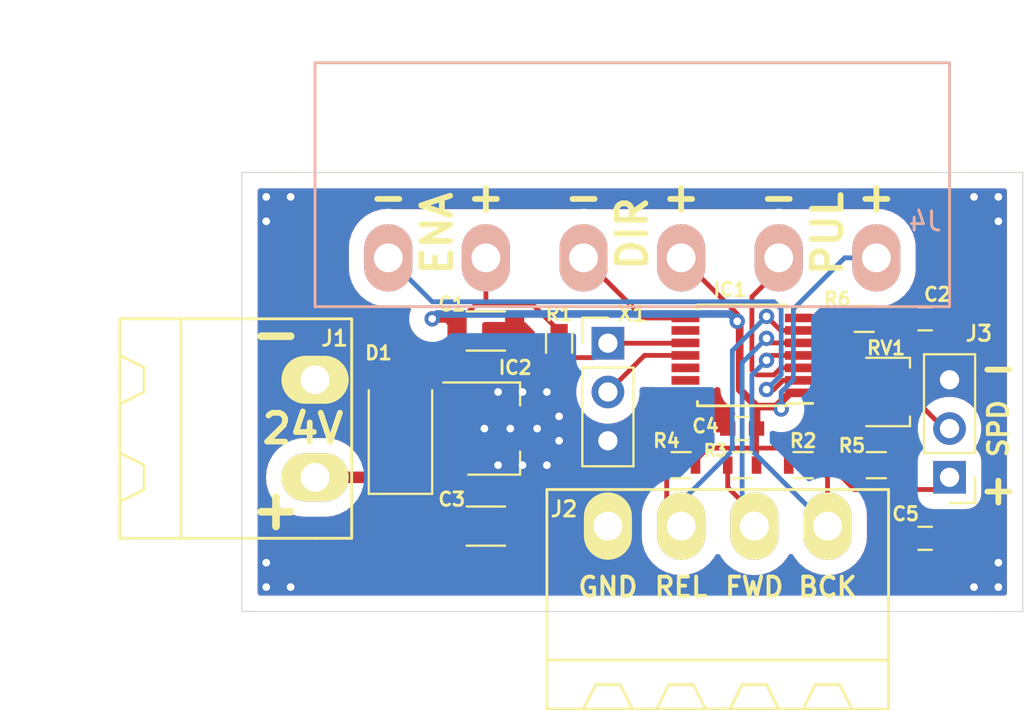
<source format=kicad_pcb>
(kicad_pcb (version 20171130) (host pcbnew "(5.1.5)-3")

  (general
    (thickness 1.6)
    (drawings 32)
    (tracks 208)
    (zones 0)
    (modules 20)
    (nets 15)
  )

  (page A4)
  (layers
    (0 F.Cu signal)
    (31 B.Cu signal hide)
    (32 B.Adhes user hide)
    (33 F.Adhes user hide)
    (34 B.Paste user hide)
    (35 F.Paste user hide)
    (36 B.SilkS user)
    (37 F.SilkS user)
    (38 B.Mask user)
    (39 F.Mask user)
    (40 Dwgs.User user)
    (41 Cmts.User user)
    (42 Eco1.User user)
    (43 Eco2.User user)
    (44 Edge.Cuts user)
    (45 Margin user)
    (46 B.CrtYd user)
    (47 F.CrtYd user hide)
    (48 B.Fab user)
    (49 F.Fab user)
  )

  (setup
    (last_trace_width 0.25)
    (trace_clearance 0.2)
    (zone_clearance 0.8)
    (zone_45_only no)
    (trace_min 0.2)
    (via_size 0.8)
    (via_drill 0.4)
    (via_min_size 0.4)
    (via_min_drill 0.3)
    (uvia_size 0.3)
    (uvia_drill 0.1)
    (uvias_allowed no)
    (uvia_min_size 0.2)
    (uvia_min_drill 0.1)
    (edge_width 0.05)
    (segment_width 0.2)
    (pcb_text_width 0.3)
    (pcb_text_size 1.5 1.5)
    (mod_edge_width 0.12)
    (mod_text_size 1 1)
    (mod_text_width 0.15)
    (pad_size 1.524 1.524)
    (pad_drill 0.762)
    (pad_to_mask_clearance 0.051)
    (solder_mask_min_width 0.25)
    (aux_axis_origin 0 0)
    (visible_elements 7FFDFFFF)
    (pcbplotparams
      (layerselection 0x011e0_ffffffff)
      (usegerberextensions false)
      (usegerberattributes false)
      (usegerberadvancedattributes false)
      (creategerberjobfile false)
      (excludeedgelayer true)
      (linewidth 0.100000)
      (plotframeref false)
      (viasonmask false)
      (mode 1)
      (useauxorigin false)
      (hpglpennumber 1)
      (hpglpenspeed 20)
      (hpglpendiameter 15.000000)
      (psnegative false)
      (psa4output false)
      (plotreference true)
      (plotvalue true)
      (plotinvisibletext false)
      (padsonsilk false)
      (subtractmaskfromsilk false)
      (outputformat 1)
      (mirror false)
      (drillshape 0)
      (scaleselection 1)
      (outputdirectory ""))
  )

  (net 0 "")
  (net 1 GND)
  (net 2 +3V3)
  (net 3 "Net-(C2-Pad1)")
  (net 4 RESET)
  (net 5 "Net-(J2-Pad2)")
  (net 6 "Net-(J3-Pad1)")
  (net 7 "Net-(J3-Pad3)")
  (net 8 "Net-(J3-Pad5)")
  (net 9 "Net-(J5-Pad2)")
  (net 10 "Net-(J5-Pad3)")
  (net 11 "Net-(J5-Pad4)")
  (net 12 "Net-(R5-Pad2)")
  (net 13 "Net-(R6-Pad1)")
  (net 14 "Net-(C3-Pad1)")

  (net_class Default "Toto je výchozí třída sítě."
    (clearance 0.2)
    (trace_width 0.25)
    (via_dia 0.8)
    (via_drill 0.4)
    (uvia_dia 0.3)
    (uvia_drill 0.1)
    (add_net +3V3)
    (add_net "Net-(C2-Pad1)")
    (add_net "Net-(J2-Pad2)")
    (add_net "Net-(J3-Pad1)")
    (add_net "Net-(J3-Pad3)")
    (add_net "Net-(J3-Pad5)")
    (add_net "Net-(J5-Pad2)")
    (add_net "Net-(J5-Pad3)")
    (add_net "Net-(J5-Pad4)")
    (add_net "Net-(R5-Pad2)")
    (add_net "Net-(R6-Pad1)")
    (add_net RESET)
  )

  (net_class D04 ""
    (clearance 0.2)
    (trace_width 0.4)
    (via_dia 0.8)
    (via_drill 0.4)
    (uvia_dia 0.3)
    (uvia_drill 0.1)
    (add_net GND)
  )

  (net_class D06 ""
    (clearance 0.2)
    (trace_width 0.6)
    (via_dia 0.8)
    (via_drill 0.4)
    (uvia_dia 0.3)
    (uvia_drill 0.1)
    (add_net "Net-(C3-Pad1)")
  )

  (module PA257-508:PA257_508_06 (layer B.Cu) (tedit 5F05AE9C) (tstamp 5F0553B9)
    (at 162.56 98.425)
    (path /5F057126)
    (fp_text reference J4 (at 15.24 -1.905) (layer B.SilkS)
      (effects (font (size 1 1) (thickness 0.15)) (justify mirror))
    )
    (fp_text value Conn_01x06 (at 0 -8.89) (layer B.Fab)
      (effects (font (size 1 1) (thickness 0.15)) (justify mirror))
    )
    (fp_line (start -16.51 2.54) (end 16.51 2.54) (layer B.SilkS) (width 0.15))
    (fp_line (start 16.51 2.54) (end 16.51 -10.16) (layer B.SilkS) (width 0.15))
    (fp_line (start 16.51 -10.16) (end -16.51 -10.16) (layer B.SilkS) (width 0.15))
    (fp_line (start -16.51 -10.16) (end -16.51 2.54) (layer B.SilkS) (width 0.15))
    (pad 1 thru_hole oval (at -12.7 0) (size 2.5 3.5) (drill 1.5) (layers *.Cu *.Mask B.SilkS)
      (net 6 "Net-(J3-Pad1)"))
    (pad 2 thru_hole oval (at -7.62 0) (size 2.5 3.5) (drill 1.5) (layers *.Cu *.Mask B.SilkS)
      (net 2 +3V3))
    (pad 3 thru_hole oval (at -2.54 0) (size 2.5 3.5) (drill 1.5) (layers *.Cu *.Mask B.SilkS)
      (net 7 "Net-(J3-Pad3)"))
    (pad 4 thru_hole oval (at 2.54 0) (size 2.5 3.5) (drill 1.5) (layers *.Cu *.Mask B.SilkS)
      (net 2 +3V3))
    (pad 5 thru_hole oval (at 7.62 0) (size 2.5 3.5) (drill 1.5) (layers *.Cu *.Mask B.SilkS)
      (net 8 "Net-(J3-Pad5)"))
    (pad 6 thru_hole oval (at 12.7 0) (size 2.5 3.5) (drill 1.5) (layers *.Cu *.Mask B.SilkS)
      (net 2 +3V3))
  )

  (module Capacitors_SMD:C_1206 (layer F.Cu) (tedit 5F082122) (tstamp 5F055370)
    (at 154.94 102.235)
    (descr "Capacitor SMD 1206, reflow soldering, AVX (see smccp.pdf)")
    (tags "capacitor 1206")
    (path /5EFF6421)
    (attr smd)
    (fp_text reference C1 (at -1.778 -1.397 180) (layer F.SilkS)
      (effects (font (size 0.7 0.7) (thickness 0.15)))
    )
    (fp_text value 4u7 (at 0 2) (layer F.Fab)
      (effects (font (size 1 1) (thickness 0.15)))
    )
    (fp_line (start 2.25 1.05) (end -2.25 1.05) (layer F.CrtYd) (width 0.05))
    (fp_line (start 2.25 1.05) (end 2.25 -1.05) (layer F.CrtYd) (width 0.05))
    (fp_line (start -2.25 -1.05) (end -2.25 1.05) (layer F.CrtYd) (width 0.05))
    (fp_line (start -2.25 -1.05) (end 2.25 -1.05) (layer F.CrtYd) (width 0.05))
    (fp_line (start -1 1.02) (end 1 1.02) (layer F.SilkS) (width 0.12))
    (fp_line (start 1 -1.02) (end -1 -1.02) (layer F.SilkS) (width 0.12))
    (fp_line (start -1.6 -0.8) (end 1.6 -0.8) (layer F.Fab) (width 0.1))
    (fp_line (start 1.6 -0.8) (end 1.6 0.8) (layer F.Fab) (width 0.1))
    (fp_line (start 1.6 0.8) (end -1.6 0.8) (layer F.Fab) (width 0.1))
    (fp_line (start -1.6 0.8) (end -1.6 -0.8) (layer F.Fab) (width 0.1))
    (fp_text user %R (at 0 0) (layer F.Fab)
      (effects (font (size 1 1) (thickness 0.15)))
    )
    (pad 2 smd rect (at 1.5 0) (size 1 1.6) (layers F.Cu F.Paste F.Mask)
      (net 1 GND))
    (pad 1 smd rect (at -1.5 0) (size 1 1.6) (layers F.Cu F.Paste F.Mask)
      (net 2 +3V3))
    (model Capacitors_SMD.3dshapes/C_1206.wrl
      (at (xyz 0 0 0))
      (scale (xyz 1 1 1))
      (rotate (xyz 0 0 0))
    )
    (model ${KISYS3DMOD}/Capacitor_SMD.3dshapes/C_1206_3216Metric.step
      (at (xyz 0 0 0))
      (scale (xyz 1 1 1))
      (rotate (xyz 0 0 0))
    )
  )

  (module Capacitors_SMD:C_0603 (layer F.Cu) (tedit 5F05AE74) (tstamp 5F055381)
    (at 177.8 101.6 180)
    (descr "Capacitor SMD 0603, reflow soldering, AVX (see smccp.pdf)")
    (tags "capacitor 0603")
    (path /5EFF0E73)
    (attr smd)
    (fp_text reference C2 (at -0.635 1.27 180) (layer F.SilkS)
      (effects (font (size 0.7 0.7) (thickness 0.15)))
    )
    (fp_text value 100n (at 0 1.5 180) (layer F.Fab)
      (effects (font (size 1 1) (thickness 0.15)))
    )
    (fp_text user %R (at 0 0 180) (layer F.Fab)
      (effects (font (size 0.3 0.3) (thickness 0.075)))
    )
    (fp_line (start -0.8 0.4) (end -0.8 -0.4) (layer F.Fab) (width 0.1))
    (fp_line (start 0.8 0.4) (end -0.8 0.4) (layer F.Fab) (width 0.1))
    (fp_line (start 0.8 -0.4) (end 0.8 0.4) (layer F.Fab) (width 0.1))
    (fp_line (start -0.8 -0.4) (end 0.8 -0.4) (layer F.Fab) (width 0.1))
    (fp_line (start -0.35 -0.6) (end 0.35 -0.6) (layer F.SilkS) (width 0.12))
    (fp_line (start 0.35 0.6) (end -0.35 0.6) (layer F.SilkS) (width 0.12))
    (fp_line (start -1.4 -0.65) (end 1.4 -0.65) (layer F.CrtYd) (width 0.05))
    (fp_line (start -1.4 -0.65) (end -1.4 0.65) (layer F.CrtYd) (width 0.05))
    (fp_line (start 1.4 0.65) (end 1.4 -0.65) (layer F.CrtYd) (width 0.05))
    (fp_line (start 1.4 0.65) (end -1.4 0.65) (layer F.CrtYd) (width 0.05))
    (pad 1 smd rect (at -0.75 0 180) (size 0.8 0.75) (layers F.Cu F.Paste F.Mask)
      (net 3 "Net-(C2-Pad1)"))
    (pad 2 smd rect (at 0.75 0 180) (size 0.8 0.75) (layers F.Cu F.Paste F.Mask)
      (net 1 GND))
    (model Capacitors_SMD.3dshapes/C_0603.wrl
      (at (xyz 0 0 0))
      (scale (xyz 1 1 1))
      (rotate (xyz 0 0 0))
    )
    (model ${KISYS3DMOD}/Capacitor_SMD.3dshapes/C_0603_1608Metric.step
      (at (xyz 0 0 0))
      (scale (xyz 1 1 1))
      (rotate (xyz 0 0 0))
    )
  )

  (module PA257-508:PA257_508_02 (layer F.Cu) (tedit 5F081CA8) (tstamp 5F055394)
    (at 146.05 107.315 270)
    (path /5EFF8ABB)
    (fp_text reference J1 (at -4.699 -1.016) (layer F.SilkS)
      (effects (font (size 0.8 0.8) (thickness 0.15)))
    )
    (fp_text value Conn_01x02 (at 0 5.715 270) (layer F.Fab)
      (effects (font (size 1 1) (thickness 0.15)))
    )
    (fp_line (start 1.27 10.16) (end 1.905 8.89) (layer F.SilkS) (width 0.15))
    (fp_line (start 1.905 8.89) (end 3.175 8.89) (layer F.SilkS) (width 0.15))
    (fp_line (start 3.175 8.89) (end 3.81 10.16) (layer F.SilkS) (width 0.15))
    (fp_line (start -3.81 10.16) (end -3.175 8.89) (layer F.SilkS) (width 0.15))
    (fp_line (start -3.175 8.89) (end -1.905 8.89) (layer F.SilkS) (width 0.15))
    (fp_line (start -1.905 8.89) (end -1.27 10.16) (layer F.SilkS) (width 0.15))
    (fp_line (start -5.715 6.985) (end 5.715 6.985) (layer F.SilkS) (width 0.15))
    (fp_line (start -5.715 10.16) (end 5.715 10.16) (layer F.SilkS) (width 0.15))
    (fp_line (start 5.715 0) (end 5.715 10.16) (layer F.SilkS) (width 0.15))
    (fp_line (start -5.715 0) (end -5.715 10.16) (layer F.SilkS) (width 0.15))
    (fp_line (start -5.715 0) (end -5.715 -1.905) (layer F.SilkS) (width 0.15))
    (fp_line (start -5.715 -1.905) (end 5.715 -1.905) (layer F.SilkS) (width 0.15))
    (fp_line (start 5.715 -1.905) (end 5.715 0) (layer F.SilkS) (width 0.15))
    (pad 1 thru_hole oval (at -2.54 0 270) (size 2.5 3.5) (drill 1.5) (layers *.Cu *.Mask F.SilkS)
      (net 1 GND))
    (pad 2 thru_hole oval (at 2.54 0 270) (size 2.5 3.5) (drill 1.5) (layers *.Cu *.Mask F.SilkS)
      (net 14 "Net-(C3-Pad1)"))
  )

  (module Pin_Headers:Pin_Header_Straight_1x03_Pitch2.54mm (layer F.Cu) (tedit 5F08210D) (tstamp 5F0553AB)
    (at 161.29 102.87)
    (descr "Through hole straight pin header, 1x03, 2.54mm pitch, single row")
    (tags "Through hole pin header THT 1x03 2.54mm single row")
    (path /5F060DB8)
    (fp_text reference X1 (at 1.27 -1.524) (layer F.SilkS)
      (effects (font (size 0.8 0.8) (thickness 0.15)))
    )
    (fp_text value Conn_01x03 (at 0 7.41) (layer F.Fab)
      (effects (font (size 1 1) (thickness 0.15)))
    )
    (fp_line (start -0.635 -1.27) (end 1.27 -1.27) (layer F.Fab) (width 0.1))
    (fp_line (start 1.27 -1.27) (end 1.27 6.35) (layer F.Fab) (width 0.1))
    (fp_line (start 1.27 6.35) (end -1.27 6.35) (layer F.Fab) (width 0.1))
    (fp_line (start -1.27 6.35) (end -1.27 -0.635) (layer F.Fab) (width 0.1))
    (fp_line (start -1.27 -0.635) (end -0.635 -1.27) (layer F.Fab) (width 0.1))
    (fp_line (start -1.33 6.41) (end 1.33 6.41) (layer F.SilkS) (width 0.12))
    (fp_line (start -1.33 1.27) (end -1.33 6.41) (layer F.SilkS) (width 0.12))
    (fp_line (start 1.33 1.27) (end 1.33 6.41) (layer F.SilkS) (width 0.12))
    (fp_line (start -1.33 1.27) (end 1.33 1.27) (layer F.SilkS) (width 0.12))
    (fp_line (start -1.33 0) (end -1.33 -1.33) (layer F.SilkS) (width 0.12))
    (fp_line (start -1.33 -1.33) (end 0 -1.33) (layer F.SilkS) (width 0.12))
    (fp_line (start -1.8 -1.8) (end -1.8 6.85) (layer F.CrtYd) (width 0.05))
    (fp_line (start -1.8 6.85) (end 1.8 6.85) (layer F.CrtYd) (width 0.05))
    (fp_line (start 1.8 6.85) (end 1.8 -1.8) (layer F.CrtYd) (width 0.05))
    (fp_line (start 1.8 -1.8) (end -1.8 -1.8) (layer F.CrtYd) (width 0.05))
    (fp_text user %R (at 0 2.54 90) (layer F.Fab)
      (effects (font (size 1 1) (thickness 0.15)))
    )
    (pad 1 thru_hole rect (at 0 0) (size 1.7 1.7) (drill 1) (layers *.Cu *.Mask)
      (net 4 RESET))
    (pad 2 thru_hole oval (at 0 2.54) (size 1.7 1.7) (drill 1) (layers *.Cu *.Mask)
      (net 5 "Net-(J2-Pad2)"))
    (pad 3 thru_hole oval (at 0 5.08) (size 1.7 1.7) (drill 1) (layers *.Cu *.Mask)
      (net 1 GND))
    (model ${KISYS3DMOD}/Pin_Headers.3dshapes/Pin_Header_Straight_1x03_Pitch2.54mm.wrl
      (at (xyz 0 0 0))
      (scale (xyz 1 1 1))
      (rotate (xyz 0 0 0))
    )
  )

  (module Pin_Headers:Pin_Header_Straight_1x03_Pitch2.54mm (layer F.Cu) (tedit 5F081BF3) (tstamp 5F0553D0)
    (at 179.07 109.855 180)
    (descr "Through hole straight pin header, 1x03, 2.54mm pitch, single row")
    (tags "Through hole pin header THT 1x03 2.54mm single row")
    (path /5F03DE39)
    (fp_text reference J3 (at -1.524 7.493 180) (layer F.SilkS)
      (effects (font (size 0.8 0.8) (thickness 0.15)))
    )
    (fp_text value Conn_01x03 (at 0 7.41 180) (layer F.Fab)
      (effects (font (size 1 1) (thickness 0.15)))
    )
    (fp_text user %R (at 0 2.54 270) (layer F.Fab)
      (effects (font (size 1 1) (thickness 0.15)))
    )
    (fp_line (start 1.8 -1.8) (end -1.8 -1.8) (layer F.CrtYd) (width 0.05))
    (fp_line (start 1.8 6.85) (end 1.8 -1.8) (layer F.CrtYd) (width 0.05))
    (fp_line (start -1.8 6.85) (end 1.8 6.85) (layer F.CrtYd) (width 0.05))
    (fp_line (start -1.8 -1.8) (end -1.8 6.85) (layer F.CrtYd) (width 0.05))
    (fp_line (start -1.33 -1.33) (end 0 -1.33) (layer F.SilkS) (width 0.12))
    (fp_line (start -1.33 0) (end -1.33 -1.33) (layer F.SilkS) (width 0.12))
    (fp_line (start -1.33 1.27) (end 1.33 1.27) (layer F.SilkS) (width 0.12))
    (fp_line (start 1.33 1.27) (end 1.33 6.41) (layer F.SilkS) (width 0.12))
    (fp_line (start -1.33 1.27) (end -1.33 6.41) (layer F.SilkS) (width 0.12))
    (fp_line (start -1.33 6.41) (end 1.33 6.41) (layer F.SilkS) (width 0.12))
    (fp_line (start -1.27 -0.635) (end -0.635 -1.27) (layer F.Fab) (width 0.1))
    (fp_line (start -1.27 6.35) (end -1.27 -0.635) (layer F.Fab) (width 0.1))
    (fp_line (start 1.27 6.35) (end -1.27 6.35) (layer F.Fab) (width 0.1))
    (fp_line (start 1.27 -1.27) (end 1.27 6.35) (layer F.Fab) (width 0.1))
    (fp_line (start -0.635 -1.27) (end 1.27 -1.27) (layer F.Fab) (width 0.1))
    (pad 3 thru_hole oval (at 0 5.08 180) (size 1.7 1.7) (drill 1) (layers *.Cu *.Mask)
      (net 1 GND))
    (pad 2 thru_hole oval (at 0 2.54 180) (size 1.7 1.7) (drill 1) (layers *.Cu *.Mask)
      (net 3 "Net-(C2-Pad1)"))
    (pad 1 thru_hole rect (at 0 0 180) (size 1.7 1.7) (drill 1) (layers *.Cu *.Mask)
      (net 2 +3V3))
    (model ${KISYS3DMOD}/Pin_Headers.3dshapes/Pin_Header_Straight_1x03_Pitch2.54mm.wrl
      (at (xyz 0 0 0))
      (scale (xyz 1 1 1))
      (rotate (xyz 0 0 0))
    )
  )

  (module PA357-381:PA357_381_04 (layer F.Cu) (tedit 5F081C1A) (tstamp 5F0553E9)
    (at 167.005 112.395)
    (path /5F03D693)
    (fp_text reference J2 (at -8.001 -0.889) (layer F.SilkS)
      (effects (font (size 0.8 0.8) (thickness 0.15)))
    )
    (fp_text value Conn_01x04 (at 0 5.715) (layer F.Fab)
      (effects (font (size 1 1) (thickness 0.15)))
    )
    (fp_line (start -8.89 9.525) (end 8.89 9.525) (layer F.SilkS) (width 0.15))
    (fp_line (start -8.89 6.985) (end 8.89 6.985) (layer F.SilkS) (width 0.15))
    (fp_line (start -8.89 -1.905) (end 8.89 -1.905) (layer F.SilkS) (width 0.15))
    (fp_line (start 4.445 9.525) (end 5.08 8.255) (layer F.SilkS) (width 0.15))
    (fp_line (start 5.08 8.255) (end 6.35 8.255) (layer F.SilkS) (width 0.15))
    (fp_line (start 6.35 8.255) (end 6.985 9.525) (layer F.SilkS) (width 0.15))
    (fp_line (start 0.635 9.525) (end 1.27 8.255) (layer F.SilkS) (width 0.15))
    (fp_line (start 1.27 8.255) (end 2.54 8.255) (layer F.SilkS) (width 0.15))
    (fp_line (start 2.54 8.255) (end 3.175 9.525) (layer F.SilkS) (width 0.15))
    (fp_line (start -3.175 9.525) (end -2.54 8.255) (layer F.SilkS) (width 0.15))
    (fp_line (start -2.54 8.255) (end -1.27 8.255) (layer F.SilkS) (width 0.15))
    (fp_line (start -1.27 8.255) (end -0.635 9.525) (layer F.SilkS) (width 0.15))
    (fp_line (start -6.985 9.525) (end -6.35 8.255) (layer F.SilkS) (width 0.15))
    (fp_line (start -6.35 8.255) (end -5.08 8.255) (layer F.SilkS) (width 0.15))
    (fp_line (start -5.08 8.255) (end -4.445 9.525) (layer F.SilkS) (width 0.15))
    (fp_line (start 8.89 -1.905) (end 8.89 9.525) (layer F.SilkS) (width 0.15))
    (fp_line (start -8.89 -1.905) (end -8.89 9.525) (layer F.SilkS) (width 0.15))
    (pad 1 thru_hole oval (at -5.715 0) (size 2.5 3.5) (drill 1.5) (layers *.Cu *.Mask F.SilkS)
      (net 1 GND))
    (pad 2 thru_hole oval (at -1.905 0) (size 2.5 3.5) (drill 1.5) (layers *.Cu *.Mask F.SilkS)
      (net 9 "Net-(J5-Pad2)"))
    (pad 3 thru_hole oval (at 1.905 0) (size 2.5 3.5) (drill 1.5) (layers *.Cu *.Mask F.SilkS)
      (net 10 "Net-(J5-Pad3)"))
    (pad 4 thru_hole oval (at 5.715 0) (size 2.5 3.5) (drill 1.5) (layers *.Cu *.Mask F.SilkS)
      (net 11 "Net-(J5-Pad4)"))
  )

  (module Resistors_SMD:R_0603 (layer F.Cu) (tedit 5F081C3D) (tstamp 5F0553FA)
    (at 158.75 102.87 270)
    (descr "Resistor SMD 0603, reflow soldering, Vishay (see dcrcw.pdf)")
    (tags "resistor 0603")
    (path /5EFEC8F1)
    (attr smd)
    (fp_text reference R1 (at -1.524 0) (layer F.SilkS)
      (effects (font (size 0.7 0.7) (thickness 0.15)))
    )
    (fp_text value 10k (at 0 1.5 270) (layer F.Fab)
      (effects (font (size 1 1) (thickness 0.15)))
    )
    (fp_line (start 1.25 0.7) (end -1.25 0.7) (layer F.CrtYd) (width 0.05))
    (fp_line (start 1.25 0.7) (end 1.25 -0.7) (layer F.CrtYd) (width 0.05))
    (fp_line (start -1.25 -0.7) (end -1.25 0.7) (layer F.CrtYd) (width 0.05))
    (fp_line (start -1.25 -0.7) (end 1.25 -0.7) (layer F.CrtYd) (width 0.05))
    (fp_line (start -0.5 -0.68) (end 0.5 -0.68) (layer F.SilkS) (width 0.12))
    (fp_line (start 0.5 0.68) (end -0.5 0.68) (layer F.SilkS) (width 0.12))
    (fp_line (start -0.8 -0.4) (end 0.8 -0.4) (layer F.Fab) (width 0.1))
    (fp_line (start 0.8 -0.4) (end 0.8 0.4) (layer F.Fab) (width 0.1))
    (fp_line (start 0.8 0.4) (end -0.8 0.4) (layer F.Fab) (width 0.1))
    (fp_line (start -0.8 0.4) (end -0.8 -0.4) (layer F.Fab) (width 0.1))
    (fp_text user %R (at 0 0 270) (layer F.Fab)
      (effects (font (size 0.4 0.4) (thickness 0.075)))
    )
    (pad 2 smd rect (at 0.75 0 270) (size 0.5 0.9) (layers F.Cu F.Paste F.Mask)
      (net 4 RESET))
    (pad 1 smd rect (at -0.75 0 270) (size 0.5 0.9) (layers F.Cu F.Paste F.Mask)
      (net 2 +3V3))
    (model ${KISYS3DMOD}/Resistors_SMD.3dshapes/R_0603.wrl
      (at (xyz 0 0 0))
      (scale (xyz 1 1 1))
      (rotate (xyz 0 0 0))
    )
    (model ${KISYS3DMOD}/Resistor_SMD.3dshapes/R_0603_1608Metric.step
      (at (xyz 0 0 0))
      (scale (xyz 1 1 1))
      (rotate (xyz 0 0 0))
    )
  )

  (module Resistors_SMD:R_0603 (layer F.Cu) (tedit 5F081BB5) (tstamp 5F05540B)
    (at 171.45 109.22)
    (descr "Resistor SMD 0603, reflow soldering, Vishay (see dcrcw.pdf)")
    (tags "resistor 0603")
    (path /5F000254)
    (attr smd)
    (fp_text reference R2 (at 0 -1.27) (layer F.SilkS)
      (effects (font (size 0.7 0.7) (thickness 0.15)))
    )
    (fp_text value 10k (at 0 1.5) (layer F.Fab)
      (effects (font (size 1 1) (thickness 0.15)))
    )
    (fp_text user %R (at 0 0) (layer F.Fab)
      (effects (font (size 0.4 0.4) (thickness 0.075)))
    )
    (fp_line (start -0.8 0.4) (end -0.8 -0.4) (layer F.Fab) (width 0.1))
    (fp_line (start 0.8 0.4) (end -0.8 0.4) (layer F.Fab) (width 0.1))
    (fp_line (start 0.8 -0.4) (end 0.8 0.4) (layer F.Fab) (width 0.1))
    (fp_line (start -0.8 -0.4) (end 0.8 -0.4) (layer F.Fab) (width 0.1))
    (fp_line (start 0.5 0.68) (end -0.5 0.68) (layer F.SilkS) (width 0.12))
    (fp_line (start -0.5 -0.68) (end 0.5 -0.68) (layer F.SilkS) (width 0.12))
    (fp_line (start -1.25 -0.7) (end 1.25 -0.7) (layer F.CrtYd) (width 0.05))
    (fp_line (start -1.25 -0.7) (end -1.25 0.7) (layer F.CrtYd) (width 0.05))
    (fp_line (start 1.25 0.7) (end 1.25 -0.7) (layer F.CrtYd) (width 0.05))
    (fp_line (start 1.25 0.7) (end -1.25 0.7) (layer F.CrtYd) (width 0.05))
    (pad 1 smd rect (at -0.75 0) (size 0.5 0.9) (layers F.Cu F.Paste F.Mask)
      (net 2 +3V3))
    (pad 2 smd rect (at 0.75 0) (size 0.5 0.9) (layers F.Cu F.Paste F.Mask)
      (net 11 "Net-(J5-Pad4)"))
    (model ${KISYS3DMOD}/Resistors_SMD.3dshapes/R_0603.wrl
      (at (xyz 0 0 0))
      (scale (xyz 1 1 1))
      (rotate (xyz 0 0 0))
    )
    (model ${KISYS3DMOD}/Resistor_SMD.3dshapes/R_0603_1608Metric.step
      (at (xyz 0 0 0))
      (scale (xyz 1 1 1))
      (rotate (xyz 0 0 0))
    )
  )

  (module Resistors_SMD:R_0603 (layer F.Cu) (tedit 5F081BA1) (tstamp 5F05541C)
    (at 168.275 109.22 180)
    (descr "Resistor SMD 0603, reflow soldering, Vishay (see dcrcw.pdf)")
    (tags "resistor 0603")
    (path /5F000AE7)
    (attr smd)
    (fp_text reference R3 (at 1.397 0.762 180) (layer F.SilkS)
      (effects (font (size 0.6 0.6) (thickness 0.15)))
    )
    (fp_text value 10k (at 0 1.5 180) (layer F.Fab)
      (effects (font (size 1 1) (thickness 0.15)))
    )
    (fp_line (start 1.25 0.7) (end -1.25 0.7) (layer F.CrtYd) (width 0.05))
    (fp_line (start 1.25 0.7) (end 1.25 -0.7) (layer F.CrtYd) (width 0.05))
    (fp_line (start -1.25 -0.7) (end -1.25 0.7) (layer F.CrtYd) (width 0.05))
    (fp_line (start -1.25 -0.7) (end 1.25 -0.7) (layer F.CrtYd) (width 0.05))
    (fp_line (start -0.5 -0.68) (end 0.5 -0.68) (layer F.SilkS) (width 0.12))
    (fp_line (start 0.5 0.68) (end -0.5 0.68) (layer F.SilkS) (width 0.12))
    (fp_line (start -0.8 -0.4) (end 0.8 -0.4) (layer F.Fab) (width 0.1))
    (fp_line (start 0.8 -0.4) (end 0.8 0.4) (layer F.Fab) (width 0.1))
    (fp_line (start 0.8 0.4) (end -0.8 0.4) (layer F.Fab) (width 0.1))
    (fp_line (start -0.8 0.4) (end -0.8 -0.4) (layer F.Fab) (width 0.1))
    (fp_text user %R (at 0 0 180) (layer F.Fab)
      (effects (font (size 0.4 0.4) (thickness 0.075)))
    )
    (pad 2 smd rect (at 0.75 0 180) (size 0.5 0.9) (layers F.Cu F.Paste F.Mask)
      (net 10 "Net-(J5-Pad3)"))
    (pad 1 smd rect (at -0.75 0 180) (size 0.5 0.9) (layers F.Cu F.Paste F.Mask)
      (net 2 +3V3))
    (model ${KISYS3DMOD}/Resistors_SMD.3dshapes/R_0603.wrl
      (at (xyz 0 0 0))
      (scale (xyz 1 1 1))
      (rotate (xyz 0 0 0))
    )
    (model ${KISYS3DMOD}/Resistor_SMD.3dshapes/R_0603_1608Metric.step
      (at (xyz 0 0 0))
      (scale (xyz 1 1 1))
      (rotate (xyz 0 0 0))
    )
  )

  (module Resistors_SMD:R_0603 (layer F.Cu) (tedit 5F081B75) (tstamp 5F05542D)
    (at 165.1 109.22 180)
    (descr "Resistor SMD 0603, reflow soldering, Vishay (see dcrcw.pdf)")
    (tags "resistor 0603")
    (path /5F000D13)
    (attr smd)
    (fp_text reference R4 (at 0.762 1.27 180) (layer F.SilkS)
      (effects (font (size 0.7 0.7) (thickness 0.15)))
    )
    (fp_text value 10k (at 0 1.5 180) (layer F.Fab)
      (effects (font (size 1 1) (thickness 0.15)))
    )
    (fp_text user %R (at 0 0 180) (layer F.Fab)
      (effects (font (size 0.4 0.4) (thickness 0.075)))
    )
    (fp_line (start -0.8 0.4) (end -0.8 -0.4) (layer F.Fab) (width 0.1))
    (fp_line (start 0.8 0.4) (end -0.8 0.4) (layer F.Fab) (width 0.1))
    (fp_line (start 0.8 -0.4) (end 0.8 0.4) (layer F.Fab) (width 0.1))
    (fp_line (start -0.8 -0.4) (end 0.8 -0.4) (layer F.Fab) (width 0.1))
    (fp_line (start 0.5 0.68) (end -0.5 0.68) (layer F.SilkS) (width 0.12))
    (fp_line (start -0.5 -0.68) (end 0.5 -0.68) (layer F.SilkS) (width 0.12))
    (fp_line (start -1.25 -0.7) (end 1.25 -0.7) (layer F.CrtYd) (width 0.05))
    (fp_line (start -1.25 -0.7) (end -1.25 0.7) (layer F.CrtYd) (width 0.05))
    (fp_line (start 1.25 0.7) (end 1.25 -0.7) (layer F.CrtYd) (width 0.05))
    (fp_line (start 1.25 0.7) (end -1.25 0.7) (layer F.CrtYd) (width 0.05))
    (pad 1 smd rect (at -0.75 0 180) (size 0.5 0.9) (layers F.Cu F.Paste F.Mask)
      (net 2 +3V3))
    (pad 2 smd rect (at 0.75 0 180) (size 0.5 0.9) (layers F.Cu F.Paste F.Mask)
      (net 9 "Net-(J5-Pad2)"))
    (model ${KISYS3DMOD}/Resistors_SMD.3dshapes/R_0603.wrl
      (at (xyz 0 0 0))
      (scale (xyz 1 1 1))
      (rotate (xyz 0 0 0))
    )
    (model ${KISYS3DMOD}/Resistor_SMD.3dshapes/R_0603_1608Metric.step
      (at (xyz 0 0 0))
      (scale (xyz 1 1 1))
      (rotate (xyz 0 0 0))
    )
  )

  (module Resistors_SMD:R_0603 (layer F.Cu) (tedit 5F081BD4) (tstamp 5F05543E)
    (at 175.26 109.22 180)
    (descr "Resistor SMD 0603, reflow soldering, Vishay (see dcrcw.pdf)")
    (tags "resistor 0603")
    (path /5F036734)
    (attr smd)
    (fp_text reference R5 (at 1.27 1.016 180) (layer F.SilkS)
      (effects (font (size 0.7 0.7) (thickness 0.15)))
    )
    (fp_text value 4k7 (at 0 1.5 180) (layer F.Fab)
      (effects (font (size 1 1) (thickness 0.15)))
    )
    (fp_line (start 1.25 0.7) (end -1.25 0.7) (layer F.CrtYd) (width 0.05))
    (fp_line (start 1.25 0.7) (end 1.25 -0.7) (layer F.CrtYd) (width 0.05))
    (fp_line (start -1.25 -0.7) (end -1.25 0.7) (layer F.CrtYd) (width 0.05))
    (fp_line (start -1.25 -0.7) (end 1.25 -0.7) (layer F.CrtYd) (width 0.05))
    (fp_line (start -0.5 -0.68) (end 0.5 -0.68) (layer F.SilkS) (width 0.12))
    (fp_line (start 0.5 0.68) (end -0.5 0.68) (layer F.SilkS) (width 0.12))
    (fp_line (start -0.8 -0.4) (end 0.8 -0.4) (layer F.Fab) (width 0.1))
    (fp_line (start 0.8 -0.4) (end 0.8 0.4) (layer F.Fab) (width 0.1))
    (fp_line (start 0.8 0.4) (end -0.8 0.4) (layer F.Fab) (width 0.1))
    (fp_line (start -0.8 0.4) (end -0.8 -0.4) (layer F.Fab) (width 0.1))
    (fp_text user %R (at 0.013999 0.074999 180) (layer F.Fab)
      (effects (font (size 0.4 0.4) (thickness 0.075)))
    )
    (pad 2 smd rect (at 0.75 0 180) (size 0.5 0.9) (layers F.Cu F.Paste F.Mask)
      (net 12 "Net-(R5-Pad2)"))
    (pad 1 smd rect (at -0.75 0 180) (size 0.5 0.9) (layers F.Cu F.Paste F.Mask)
      (net 2 +3V3))
    (model ${KISYS3DMOD}/Resistors_SMD.3dshapes/R_0603.wrl
      (at (xyz 0 0 0))
      (scale (xyz 1 1 1))
      (rotate (xyz 0 0 0))
    )
    (model ${KISYS3DMOD}/Resistor_SMD.3dshapes/R_0603_1608Metric.step
      (at (xyz 0 0 0))
      (scale (xyz 1 1 1))
      (rotate (xyz 0 0 0))
    )
  )

  (module Resistors_SMD:R_0603 (layer F.Cu) (tedit 5F081BE5) (tstamp 5F05544F)
    (at 174.625 101.6)
    (descr "Resistor SMD 0603, reflow soldering, Vishay (see dcrcw.pdf)")
    (tags "resistor 0603")
    (path /5F0384C8)
    (attr smd)
    (fp_text reference R6 (at -1.397 -1.016) (layer F.SilkS)
      (effects (font (size 0.7 0.7) (thickness 0.15)))
    )
    (fp_text value 4k7 (at 0 1.5) (layer F.Fab)
      (effects (font (size 1 1) (thickness 0.15)))
    )
    (fp_text user %R (at 0 0) (layer F.Fab)
      (effects (font (size 0.4 0.4) (thickness 0.075)))
    )
    (fp_line (start -0.8 0.4) (end -0.8 -0.4) (layer F.Fab) (width 0.1))
    (fp_line (start 0.8 0.4) (end -0.8 0.4) (layer F.Fab) (width 0.1))
    (fp_line (start 0.8 -0.4) (end 0.8 0.4) (layer F.Fab) (width 0.1))
    (fp_line (start -0.8 -0.4) (end 0.8 -0.4) (layer F.Fab) (width 0.1))
    (fp_line (start 0.5 0.68) (end -0.5 0.68) (layer F.SilkS) (width 0.12))
    (fp_line (start -0.5 -0.68) (end 0.5 -0.68) (layer F.SilkS) (width 0.12))
    (fp_line (start -1.25 -0.7) (end 1.25 -0.7) (layer F.CrtYd) (width 0.05))
    (fp_line (start -1.25 -0.7) (end -1.25 0.7) (layer F.CrtYd) (width 0.05))
    (fp_line (start 1.25 0.7) (end 1.25 -0.7) (layer F.CrtYd) (width 0.05))
    (fp_line (start 1.25 0.7) (end -1.25 0.7) (layer F.CrtYd) (width 0.05))
    (pad 1 smd rect (at -0.75 0) (size 0.5 0.9) (layers F.Cu F.Paste F.Mask)
      (net 13 "Net-(R6-Pad1)"))
    (pad 2 smd rect (at 0.75 0) (size 0.5 0.9) (layers F.Cu F.Paste F.Mask)
      (net 1 GND))
    (model ${KISYS3DMOD}/Resistors_SMD.3dshapes/R_0603.wrl
      (at (xyz 0 0 0))
      (scale (xyz 1 1 1))
      (rotate (xyz 0 0 0))
    )
    (model ${KISYS3DMOD}/Resistor_SMD.3dshapes/R_0603_1608Metric.step
      (at (xyz 0 0 0))
      (scale (xyz 1 1 1))
      (rotate (xyz 0 0 0))
    )
  )

  (module Potentiometers:Potentiometer_Trimmer-EVM3E (layer F.Cu) (tedit 5F081C99) (tstamp 5F055475)
    (at 175.26 105.41 270)
    (descr http://www.comkey.in/sites/default/files/attachments/EVM3ESX50B15.pdf)
    (tags "trimmer smd")
    (path /5EFEE97E)
    (attr smd)
    (fp_text reference RV1 (at -2.286 -0.508) (layer F.SilkS)
      (effects (font (size 0.7 0.7) (thickness 0.15)))
    )
    (fp_text value 50k (at 0 -3.79 270) (layer F.Fab)
      (effects (font (size 1 1) (thickness 0.15)))
    )
    (fp_circle (center 0 0.03) (end 0 -1.52) (layer F.Fab) (width 0.1))
    (fp_circle (center 0 0.03) (end 0 -1.18) (layer F.Fab) (width 0.1))
    (fp_circle (center 0 0.03) (end 0 -0.23) (layer F.Fab) (width 0.1))
    (fp_line (start -1.55 -1.52) (end 1.55 -1.52) (layer F.Fab) (width 0.1))
    (fp_line (start 1.55 -1.52) (end 1.55 1.73) (layer F.Fab) (width 0.1))
    (fp_line (start 1.55 1.73) (end -1.55 1.73) (layer F.Fab) (width 0.1))
    (fp_line (start -1.55 1.73) (end -1.55 -1.52) (layer F.Fab) (width 0.1))
    (fp_line (start -0.25 -0.97) (end 0.25 -0.97) (layer F.Fab) (width 0.1))
    (fp_line (start 0.25 -0.97) (end 0.25 -0.23) (layer F.Fab) (width 0.1))
    (fp_line (start 0.25 -0.23) (end 1 -0.23) (layer F.Fab) (width 0.1))
    (fp_line (start 1 -0.23) (end 1 0.28) (layer F.Fab) (width 0.1))
    (fp_line (start 1 0.28) (end 0.25 0.28) (layer F.Fab) (width 0.1))
    (fp_line (start 0.25 0.28) (end 0.25 1.02) (layer F.Fab) (width 0.1))
    (fp_line (start 0.25 1.02) (end -0.25 1.02) (layer F.Fab) (width 0.1))
    (fp_line (start -0.25 1.02) (end -0.25 0.28) (layer F.Fab) (width 0.1))
    (fp_line (start -0.25 0.28) (end -1 0.28) (layer F.Fab) (width 0.1))
    (fp_line (start -1 0.28) (end -1 -0.23) (layer F.Fab) (width 0.1))
    (fp_line (start -1 -0.23) (end -0.25 -0.23) (layer F.Fab) (width 0.1))
    (fp_line (start -0.25 -0.23) (end -0.25 -0.97) (layer F.Fab) (width 0.1))
    (fp_line (start -1.55 1.32) (end -0.9 1.32) (layer F.Fab) (width 0.1))
    (fp_line (start -0.9 1.32) (end -0.9 1.73) (layer F.Fab) (width 0.1))
    (fp_line (start 1.55 1.38) (end 0.9 1.38) (layer F.Fab) (width 0.1))
    (fp_line (start 0.9 1.38) (end 0.9 1.73) (layer F.Fab) (width 0.1))
    (fp_line (start -2.2 2.45) (end -2.2 -2.6) (layer F.CrtYd) (width 0.05))
    (fp_line (start -2.2 -2.6) (end 2.2 -2.6) (layer F.CrtYd) (width 0.05))
    (fp_line (start 2.2 -2.6) (end 2.2 2.45) (layer F.CrtYd) (width 0.05))
    (fp_line (start 2.2 2.45) (end -2.2 2.45) (layer F.CrtYd) (width 0.05))
    (fp_line (start -1.78 0.53) (end -1.78 -1.75) (layer F.SilkS) (width 0.12))
    (fp_line (start -1.78 -1.75) (end -1.27 -1.75) (layer F.SilkS) (width 0.12))
    (fp_line (start 1.27 -1.75) (end 1.78 -1.75) (layer F.SilkS) (width 0.12))
    (fp_line (start 1.78 -1.75) (end 1.78 0.53) (layer F.SilkS) (width 0.12))
    (pad 2 smd rect (at 0 -1.62 270) (size 1.6 1.5) (layers F.Cu F.Paste F.Mask)
      (net 3 "Net-(C2-Pad1)"))
    (pad 3 smd rect (at 1.4 1.62 270) (size 1.2 1.2) (layers F.Cu F.Paste F.Mask)
      (net 12 "Net-(R5-Pad2)"))
    (pad 1 smd rect (at -1.4 1.62 270) (size 1.2 1.2) (layers F.Cu F.Paste F.Mask)
      (net 13 "Net-(R6-Pad1)"))
    (model ${KISYS3DMOD}/Potentiometer_SMD.3dshapes/Potentiometer_Bourns_3314G_Vertical.step
      (at (xyz 0 0 0))
      (scale (xyz 0.7 0.7 0.7))
      (rotate (xyz 0 0 180))
    )
  )

  (module TO_SOT_Packages_SMD:SOT-89-3 (layer F.Cu) (tedit 5F0820CA) (tstamp 5F05548D)
    (at 154.94 107.315)
    (descr SOT-89-3)
    (tags SOT-89-3)
    (path /5EFF363F)
    (attr smd)
    (fp_text reference IC2 (at 1.524 -3.175) (layer F.SilkS)
      (effects (font (size 0.7 0.7) (thickness 0.15)))
    )
    (fp_text value L78L33_SOT89 (at 0.45 3.25) (layer F.Fab)
      (effects (font (size 1 1) (thickness 0.15)))
    )
    (fp_line (start -2.48 2.55) (end -2.48 -2.55) (layer F.CrtYd) (width 0.05))
    (fp_line (start -2.48 2.55) (end 3.23 2.55) (layer F.CrtYd) (width 0.05))
    (fp_line (start 3.23 -2.55) (end -2.48 -2.55) (layer F.CrtYd) (width 0.05))
    (fp_line (start 3.23 -2.55) (end 3.23 2.55) (layer F.CrtYd) (width 0.05))
    (fp_line (start -0.13 -2.3) (end 1.68 -2.3) (layer F.Fab) (width 0.1))
    (fp_line (start -0.92 2.3) (end -0.92 -1.51) (layer F.Fab) (width 0.1))
    (fp_line (start 1.68 2.3) (end -0.92 2.3) (layer F.Fab) (width 0.1))
    (fp_line (start 1.68 -2.3) (end 1.68 2.3) (layer F.Fab) (width 0.1))
    (fp_line (start -0.92 -1.51) (end -0.13 -2.3) (layer F.Fab) (width 0.1))
    (fp_line (start 1.78 -2.4) (end 1.78 -1.2) (layer F.SilkS) (width 0.12))
    (fp_line (start -2.22 -2.4) (end 1.78 -2.4) (layer F.SilkS) (width 0.12))
    (fp_line (start 1.78 2.4) (end -0.92 2.4) (layer F.SilkS) (width 0.12))
    (fp_line (start 1.78 1.2) (end 1.78 2.4) (layer F.SilkS) (width 0.12))
    (fp_text user %R (at 0.38 0 90) (layer F.Fab)
      (effects (font (size 0.6 0.6) (thickness 0.09)))
    )
    (pad 2 smd trapezoid (at -0.0762 0 90) (size 1.5 1) (rect_delta 0 0.7 ) (layers F.Cu F.Paste F.Mask)
      (net 1 GND))
    (pad 2 smd rect (at 1.3335 0 270) (size 2.2 1.84) (layers F.Cu F.Paste F.Mask)
      (net 1 GND))
    (pad 3 smd rect (at -1.48 1.5 270) (size 1 1.5) (layers F.Cu F.Paste F.Mask)
      (net 14 "Net-(C3-Pad1)"))
    (pad 2 smd rect (at -1.3335 0 270) (size 1 1.8) (layers F.Cu F.Paste F.Mask)
      (net 1 GND))
    (pad 1 smd rect (at -1.48 -1.5 270) (size 1 1.5) (layers F.Cu F.Paste F.Mask)
      (net 2 +3V3))
    (pad 2 smd trapezoid (at 2.667 0 270) (size 1.6 0.85) (rect_delta 0 0.6 ) (layers F.Cu F.Paste F.Mask)
      (net 1 GND))
    (model ${KISYS3DMOD}/TO_SOT_Packages_SMD.3dshapes/SOT-89-3.wrl
      (at (xyz 0 0 0))
      (scale (xyz 1 1 1))
      (rotate (xyz 0 0 0))
    )
    (model ${KISYS3DMOD}/Package_TO_SOT_SMD.3dshapes/SOT-89-3.step
      (at (xyz 0 0 0))
      (scale (xyz 1 1 1))
      (rotate (xyz 0 0 0))
    )
  )

  (module Housings_SSOP:TSSOP-14_4.4x5mm_Pitch0.65mm (layer F.Cu) (tedit 5F081C70) (tstamp 5F0554B0)
    (at 168.275 103.505 180)
    (descr "14-Lead Plastic Thin Shrink Small Outline (ST)-4.4 mm Body [TSSOP] (see Microchip Packaging Specification 00000049BS.pdf)")
    (tags "SSOP 0.65")
    (path /5EFEB83B)
    (attr smd)
    (fp_text reference IC1 (at 0.635 3.429 180) (layer F.SilkS)
      (effects (font (size 0.7 0.7) (thickness 0.15)))
    )
    (fp_text value MSP430G2231IPW14 (at 0 3.55 180) (layer F.Fab)
      (effects (font (size 1 1) (thickness 0.15)))
    )
    (fp_text user %R (at 0 0 180) (layer F.Fab)
      (effects (font (size 0.8 0.8) (thickness 0.15)))
    )
    (fp_line (start -2.325 -2.5) (end -3.675 -2.5) (layer F.SilkS) (width 0.15))
    (fp_line (start -2.325 2.625) (end 2.325 2.625) (layer F.SilkS) (width 0.15))
    (fp_line (start -2.325 -2.625) (end 2.325 -2.625) (layer F.SilkS) (width 0.15))
    (fp_line (start -2.325 2.625) (end -2.325 2.4) (layer F.SilkS) (width 0.15))
    (fp_line (start 2.325 2.625) (end 2.325 2.4) (layer F.SilkS) (width 0.15))
    (fp_line (start 2.325 -2.625) (end 2.325 -2.4) (layer F.SilkS) (width 0.15))
    (fp_line (start -2.325 -2.625) (end -2.325 -2.5) (layer F.SilkS) (width 0.15))
    (fp_line (start -3.95 2.8) (end 3.95 2.8) (layer F.CrtYd) (width 0.05))
    (fp_line (start -3.95 -2.8) (end 3.95 -2.8) (layer F.CrtYd) (width 0.05))
    (fp_line (start 3.95 -2.8) (end 3.95 2.8) (layer F.CrtYd) (width 0.05))
    (fp_line (start -3.95 -2.8) (end -3.95 2.8) (layer F.CrtYd) (width 0.05))
    (fp_line (start -2.2 -1.5) (end -1.2 -2.5) (layer F.Fab) (width 0.15))
    (fp_line (start -2.2 2.5) (end -2.2 -1.5) (layer F.Fab) (width 0.15))
    (fp_line (start 2.2 2.5) (end -2.2 2.5) (layer F.Fab) (width 0.15))
    (fp_line (start 2.2 -2.5) (end 2.2 2.5) (layer F.Fab) (width 0.15))
    (fp_line (start -1.2 -2.5) (end 2.2 -2.5) (layer F.Fab) (width 0.15))
    (pad 14 smd rect (at 2.95 -1.95 180) (size 1.45 0.45) (layers F.Cu F.Paste F.Mask)
      (net 1 GND))
    (pad 13 smd rect (at 2.95 -1.3 180) (size 1.45 0.45) (layers F.Cu F.Paste F.Mask))
    (pad 12 smd rect (at 2.95 -0.65 180) (size 1.45 0.45) (layers F.Cu F.Paste F.Mask))
    (pad 11 smd rect (at 2.95 0 180) (size 1.45 0.45) (layers F.Cu F.Paste F.Mask)
      (net 5 "Net-(J2-Pad2)"))
    (pad 10 smd rect (at 2.95 0.65 180) (size 1.45 0.45) (layers F.Cu F.Paste F.Mask)
      (net 4 RESET))
    (pad 9 smd rect (at 2.95 1.3 180) (size 1.45 0.45) (layers F.Cu F.Paste F.Mask))
    (pad 8 smd rect (at 2.95 1.95 180) (size 1.45 0.45) (layers F.Cu F.Paste F.Mask)
      (net 7 "Net-(J3-Pad3)"))
    (pad 7 smd rect (at -2.95 1.95 180) (size 1.45 0.45) (layers F.Cu F.Paste F.Mask)
      (net 3 "Net-(C2-Pad1)"))
    (pad 6 smd rect (at -2.95 1.3 180) (size 1.45 0.45) (layers F.Cu F.Paste F.Mask)
      (net 9 "Net-(J5-Pad2)"))
    (pad 5 smd rect (at -2.95 0.65 180) (size 1.45 0.45) (layers F.Cu F.Paste F.Mask)
      (net 10 "Net-(J5-Pad3)"))
    (pad 4 smd rect (at -2.95 0 180) (size 1.45 0.45) (layers F.Cu F.Paste F.Mask)
      (net 11 "Net-(J5-Pad4)"))
    (pad 3 smd rect (at -2.95 -0.65 180) (size 1.45 0.45) (layers F.Cu F.Paste F.Mask)
      (net 8 "Net-(J3-Pad5)"))
    (pad 2 smd rect (at -2.95 -1.3 180) (size 1.45 0.45) (layers F.Cu F.Paste F.Mask)
      (net 6 "Net-(J3-Pad1)"))
    (pad 1 smd rect (at -2.95 -1.95 180) (size 1.45 0.45) (layers F.Cu F.Paste F.Mask)
      (net 2 +3V3))
    (model ${KISYS3DMOD}/Housings_SSOP.3dshapes/TSSOP-14_4.4x5mm_Pitch0.65mm.wrl
      (at (xyz 0 0 0))
      (scale (xyz 1 1 1))
      (rotate (xyz 0 0 0))
    )
    (model ${KISYS3DMOD}/Package_SO.3dshapes/TSSOP-14_4.4x5mm_P0.65mm.step
      (at (xyz 0 0 0))
      (scale (xyz 1 1 1))
      (rotate (xyz 0 0 0))
    )
  )

  (module Capacitors_SMD:C_1206 (layer F.Cu) (tedit 5F0820B7) (tstamp 5F05B523)
    (at 154.94 112.395)
    (descr "Capacitor SMD 1206, reflow soldering, AVX (see smccp.pdf)")
    (tags "capacitor 1206")
    (path /5F05922A)
    (attr smd)
    (fp_text reference C3 (at -1.778 -1.397) (layer F.SilkS)
      (effects (font (size 0.7 0.7) (thickness 0.15)))
    )
    (fp_text value 1u0/35V (at 0 2) (layer F.Fab)
      (effects (font (size 1 1) (thickness 0.15)))
    )
    (fp_line (start 2.25 1.05) (end -2.25 1.05) (layer F.CrtYd) (width 0.05))
    (fp_line (start 2.25 1.05) (end 2.25 -1.05) (layer F.CrtYd) (width 0.05))
    (fp_line (start -2.25 -1.05) (end -2.25 1.05) (layer F.CrtYd) (width 0.05))
    (fp_line (start -2.25 -1.05) (end 2.25 -1.05) (layer F.CrtYd) (width 0.05))
    (fp_line (start -1 1.02) (end 1 1.02) (layer F.SilkS) (width 0.12))
    (fp_line (start 1 -1.02) (end -1 -1.02) (layer F.SilkS) (width 0.12))
    (fp_line (start -1.6 -0.8) (end 1.6 -0.8) (layer F.Fab) (width 0.1))
    (fp_line (start 1.6 -0.8) (end 1.6 0.8) (layer F.Fab) (width 0.1))
    (fp_line (start 1.6 0.8) (end -1.6 0.8) (layer F.Fab) (width 0.1))
    (fp_line (start -1.6 0.8) (end -1.6 -0.8) (layer F.Fab) (width 0.1))
    (fp_text user %R (at 0 0) (layer F.Fab)
      (effects (font (size 1 1) (thickness 0.15)))
    )
    (pad 2 smd rect (at 1.5 0) (size 1 1.6) (layers F.Cu F.Paste F.Mask)
      (net 1 GND))
    (pad 1 smd rect (at -1.5 0) (size 1 1.6) (layers F.Cu F.Paste F.Mask)
      (net 14 "Net-(C3-Pad1)"))
    (model Capacitors_SMD.3dshapes/C_1206.wrl
      (at (xyz 0 0 0))
      (scale (xyz 1 1 1))
      (rotate (xyz 0 0 0))
    )
    (model ${KISYS3DMOD}/Capacitor_SMD.3dshapes/C_1206_3216Metric.step
      (at (xyz 0 0 0))
      (scale (xyz 1 1 1))
      (rotate (xyz 0 0 0))
    )
  )

  (module Capacitors_SMD:C_0603 (layer F.Cu) (tedit 5F081BC2) (tstamp 5F05B534)
    (at 168.275 107.315 180)
    (descr "Capacitor SMD 0603, reflow soldering, AVX (see smccp.pdf)")
    (tags "capacitor 0603")
    (path /5F0618CE)
    (attr smd)
    (fp_text reference C4 (at 1.905 0.127 180) (layer F.SilkS)
      (effects (font (size 0.7 0.7) (thickness 0.15)))
    )
    (fp_text value 100n (at 0 1.5 180) (layer F.Fab)
      (effects (font (size 1 1) (thickness 0.15)))
    )
    (fp_text user %R (at 0 0 180) (layer F.Fab)
      (effects (font (size 0.3 0.3) (thickness 0.075)))
    )
    (fp_line (start -0.8 0.4) (end -0.8 -0.4) (layer F.Fab) (width 0.1))
    (fp_line (start 0.8 0.4) (end -0.8 0.4) (layer F.Fab) (width 0.1))
    (fp_line (start 0.8 -0.4) (end 0.8 0.4) (layer F.Fab) (width 0.1))
    (fp_line (start -0.8 -0.4) (end 0.8 -0.4) (layer F.Fab) (width 0.1))
    (fp_line (start -0.35 -0.6) (end 0.35 -0.6) (layer F.SilkS) (width 0.12))
    (fp_line (start 0.35 0.6) (end -0.35 0.6) (layer F.SilkS) (width 0.12))
    (fp_line (start -1.4 -0.65) (end 1.4 -0.65) (layer F.CrtYd) (width 0.05))
    (fp_line (start -1.4 -0.65) (end -1.4 0.65) (layer F.CrtYd) (width 0.05))
    (fp_line (start 1.4 0.65) (end 1.4 -0.65) (layer F.CrtYd) (width 0.05))
    (fp_line (start 1.4 0.65) (end -1.4 0.65) (layer F.CrtYd) (width 0.05))
    (pad 1 smd rect (at -0.75 0 180) (size 0.8 0.75) (layers F.Cu F.Paste F.Mask)
      (net 2 +3V3))
    (pad 2 smd rect (at 0.75 0 180) (size 0.8 0.75) (layers F.Cu F.Paste F.Mask)
      (net 1 GND))
    (model Capacitors_SMD.3dshapes/C_0603.wrl
      (at (xyz 0 0 0))
      (scale (xyz 1 1 1))
      (rotate (xyz 0 0 0))
    )
    (model ${KISYS3DMOD}/Capacitor_SMD.3dshapes/C_0603_1608Metric.step
      (at (xyz 0 0 0))
      (scale (xyz 1 1 1))
      (rotate (xyz 0 0 0))
    )
  )

  (module Capacitors_SMD:C_0603 (layer F.Cu) (tedit 5F082148) (tstamp 5F05B545)
    (at 177.8 113.03)
    (descr "Capacitor SMD 0603, reflow soldering, AVX (see smccp.pdf)")
    (tags "capacitor 0603")
    (path /5F0704FE)
    (attr smd)
    (fp_text reference C5 (at -1.016 -1.27) (layer F.SilkS)
      (effects (font (size 0.7 0.7) (thickness 0.15)))
    )
    (fp_text value 100n (at 0 1.5) (layer F.Fab)
      (effects (font (size 1 1) (thickness 0.15)))
    )
    (fp_line (start 1.4 0.65) (end -1.4 0.65) (layer F.CrtYd) (width 0.05))
    (fp_line (start 1.4 0.65) (end 1.4 -0.65) (layer F.CrtYd) (width 0.05))
    (fp_line (start -1.4 -0.65) (end -1.4 0.65) (layer F.CrtYd) (width 0.05))
    (fp_line (start -1.4 -0.65) (end 1.4 -0.65) (layer F.CrtYd) (width 0.05))
    (fp_line (start 0.35 0.6) (end -0.35 0.6) (layer F.SilkS) (width 0.12))
    (fp_line (start -0.35 -0.6) (end 0.35 -0.6) (layer F.SilkS) (width 0.12))
    (fp_line (start -0.8 -0.4) (end 0.8 -0.4) (layer F.Fab) (width 0.1))
    (fp_line (start 0.8 -0.4) (end 0.8 0.4) (layer F.Fab) (width 0.1))
    (fp_line (start 0.8 0.4) (end -0.8 0.4) (layer F.Fab) (width 0.1))
    (fp_line (start -0.8 0.4) (end -0.8 -0.4) (layer F.Fab) (width 0.1))
    (fp_text user %R (at 0 0) (layer F.Fab)
      (effects (font (size 0.3 0.3) (thickness 0.075)))
    )
    (pad 2 smd rect (at 0.75 0) (size 0.8 0.75) (layers F.Cu F.Paste F.Mask)
      (net 1 GND))
    (pad 1 smd rect (at -0.75 0) (size 0.8 0.75) (layers F.Cu F.Paste F.Mask)
      (net 2 +3V3))
    (model Capacitors_SMD.3dshapes/C_0603.wrl
      (at (xyz 0 0 0))
      (scale (xyz 1 1 1))
      (rotate (xyz 0 0 0))
    )
    (model ${KISYS3DMOD}/Capacitor_SMD.3dshapes/C_0603_1608Metric.step
      (at (xyz 0 0 0))
      (scale (xyz 1 1 1))
      (rotate (xyz 0 0 0))
    )
  )

  (module Diodes_SMD:D_SMA (layer F.Cu) (tedit 5F08217E) (tstamp 5F064CD6)
    (at 150.495 107.315 90)
    (descr "Diode SMA (DO-214AC)")
    (tags "Diode SMA (DO-214AC)")
    (path /5F07AC5B)
    (attr smd)
    (fp_text reference D1 (at 3.937 -1.143 180) (layer F.SilkS)
      (effects (font (size 0.7 0.7) (thickness 0.15)))
    )
    (fp_text value UniTSV (at 0 2.6 90) (layer F.Fab)
      (effects (font (size 1 1) (thickness 0.15)))
    )
    (fp_line (start -3.4 -1.65) (end 2 -1.65) (layer F.SilkS) (width 0.12))
    (fp_line (start -3.4 1.65) (end 2 1.65) (layer F.SilkS) (width 0.12))
    (fp_line (start -0.64944 0.00102) (end 0.50118 -0.79908) (layer F.Fab) (width 0.1))
    (fp_line (start -0.64944 0.00102) (end 0.50118 0.75032) (layer F.Fab) (width 0.1))
    (fp_line (start 0.50118 0.75032) (end 0.50118 -0.79908) (layer F.Fab) (width 0.1))
    (fp_line (start -0.64944 -0.79908) (end -0.64944 0.80112) (layer F.Fab) (width 0.1))
    (fp_line (start 0.50118 0.00102) (end 1.4994 0.00102) (layer F.Fab) (width 0.1))
    (fp_line (start -0.64944 0.00102) (end -1.55114 0.00102) (layer F.Fab) (width 0.1))
    (fp_line (start -3.5 1.75) (end -3.5 -1.75) (layer F.CrtYd) (width 0.05))
    (fp_line (start 3.5 1.75) (end -3.5 1.75) (layer F.CrtYd) (width 0.05))
    (fp_line (start 3.5 -1.75) (end 3.5 1.75) (layer F.CrtYd) (width 0.05))
    (fp_line (start -3.5 -1.75) (end 3.5 -1.75) (layer F.CrtYd) (width 0.05))
    (fp_line (start 2.3 -1.5) (end -2.3 -1.5) (layer F.Fab) (width 0.1))
    (fp_line (start 2.3 -1.5) (end 2.3 1.5) (layer F.Fab) (width 0.1))
    (fp_line (start -2.3 1.5) (end -2.3 -1.5) (layer F.Fab) (width 0.1))
    (fp_line (start 2.3 1.5) (end -2.3 1.5) (layer F.Fab) (width 0.1))
    (fp_line (start -3.4 -1.65) (end -3.4 1.65) (layer F.SilkS) (width 0.12))
    (fp_text user %R (at 3.81 0 180) (layer F.Fab)
      (effects (font (size 1 1) (thickness 0.15)))
    )
    (pad 2 smd rect (at 2 0 90) (size 2.5 1.8) (layers F.Cu F.Paste F.Mask)
      (net 1 GND))
    (pad 1 smd rect (at -2 0 90) (size 2.5 1.8) (layers F.Cu F.Paste F.Mask)
      (net 14 "Net-(C3-Pad1)"))
    (model ${KISYS3DMOD}/Diodes_SMD.3dshapes/D_SMA.wrl
      (at (xyz 0 0 0))
      (scale (xyz 1 1 1))
      (rotate (xyz 0 0 0))
    )
    (model ${KISYS3DMOD}/Diode_SMD.3dshapes/D_SMA.step
      (at (xyz 0 0 0))
      (scale (xyz 1 1 1))
      (rotate (xyz 0 0 0))
    )
  )

  (gr_text "202007 OH" (at 149.098 114.046) (layer B.Mask) (tstamp 5F05B559)
    (effects (font (size 0.7 0.7) (thickness 0.175)) (justify mirror))
  )
  (gr_text https://github.com/ondrejh/kozopec (at 154.686 115.316) (layer B.Mask)
    (effects (font (size 0.6 0.6) (thickness 0.15)) (justify mirror))
  )
  (gr_text - (at 144.018 102.362) (layer F.SilkS) (tstamp 5F05ADCD)
    (effects (font (size 2 2) (thickness 0.4)))
  )
  (gr_text + (at 144.018 111.506) (layer F.SilkS) (tstamp 5F05ADB4)
    (effects (font (size 2 2) (thickness 0.4)))
  )
  (gr_text 24V (at 145.415 107.315) (layer F.SilkS) (tstamp 5F05ADA5)
    (effects (font (size 1.5 1.5) (thickness 0.3)))
  )
  (gr_text GND (at 161.29 115.57) (layer F.SilkS) (tstamp 5F05AD7C)
    (effects (font (size 1 1) (thickness 0.2)))
  )
  (gr_text REL (at 165.1 115.57) (layer F.SilkS) (tstamp 5F05AD72)
    (effects (font (size 1 1) (thickness 0.2)))
  )
  (gr_text FWD (at 168.91 115.57) (layer F.SilkS) (tstamp 5F05AD68)
    (effects (font (size 1 1) (thickness 0.2)))
  )
  (gr_text BCK (at 172.72 115.57) (layer F.SilkS) (tstamp 5F05AD59)
    (effects (font (size 1 1) (thickness 0.2)))
  )
  (gr_text SPD (at 181.61 107.315 90) (layer F.SilkS) (tstamp 5F05AD0E)
    (effects (font (size 1 1) (thickness 0.2)))
  )
  (gr_text - (at 181.61 104.14) (layer F.SilkS) (tstamp 5F05AD05)
    (effects (font (size 1.5 1.5) (thickness 0.3)))
  )
  (gr_text + (at 181.61 110.49) (layer F.SilkS) (tstamp 5F05ACFD)
    (effects (font (size 1.5 1.5) (thickness 0.3)))
  )
  (gr_text - (at 170.18 95.25) (layer F.SilkS) (tstamp 5F05ACE6)
    (effects (font (size 1.5 1.5) (thickness 0.3)))
  )
  (gr_text + (at 175.26 95.25) (layer F.SilkS) (tstamp 5F05ACE2)
    (effects (font (size 1.5 1.5) (thickness 0.3)))
  )
  (gr_text + (at 165.1 95.25) (layer F.SilkS) (tstamp 5F05ACDD)
    (effects (font (size 1.5 1.5) (thickness 0.3)))
  )
  (gr_text - (at 160.02 95.25) (layer F.SilkS) (tstamp 5F05ACD9)
    (effects (font (size 1.5 1.5) (thickness 0.3)))
  )
  (gr_text - (at 149.86 95.25) (layer F.SilkS) (tstamp 5F05ACCA)
    (effects (font (size 1.5 1.5) (thickness 0.3)))
  )
  (gr_text + (at 154.94 95.25) (layer F.SilkS) (tstamp 5F05ACC6)
    (effects (font (size 1.5 1.5) (thickness 0.3)))
  )
  (gr_text PUL (at 172.72 97.155 90) (layer F.SilkS) (tstamp 5F05ACC2)
    (effects (font (size 1.5 1.5) (thickness 0.3)))
  )
  (gr_text DIR (at 162.56 97.155 90) (layer F.SilkS) (tstamp 5F05ACBE)
    (effects (font (size 1.5 1.5) (thickness 0.3)))
  )
  (gr_text ENA (at 152.4 97.155 90) (layer F.SilkS)
    (effects (font (size 1.5 1.5) (thickness 0.3)))
  )
  (gr_line (start 154.94 107.315) (end 157.48 107.315) (angle 90) (layer B.Mask) (width 1.5))
  (dimension 22.86 (width 0.15) (layer Dwgs.User)
    (gr_text "22,86 mm" (at 133.32 105.41 90) (layer Dwgs.User)
      (effects (font (size 1 1) (thickness 0.15)))
    )
    (feature1 (pts (xy 142.24 93.98) (xy 134.033579 93.98)))
    (feature2 (pts (xy 142.24 116.84) (xy 134.033579 116.84)))
    (crossbar (pts (xy 134.62 116.84) (xy 134.62 93.98)))
    (arrow1a (pts (xy 134.62 93.98) (xy 135.206421 95.106504)))
    (arrow1b (pts (xy 134.62 93.98) (xy 134.033579 95.106504)))
    (arrow2a (pts (xy 134.62 116.84) (xy 135.206421 115.713496)))
    (arrow2b (pts (xy 134.62 116.84) (xy 134.033579 115.713496)))
  )
  (dimension 40.64 (width 0.15) (layer Dwgs.User)
    (gr_text "40,64 mm" (at 162.56 85.695) (layer Dwgs.User)
      (effects (font (size 1 1) (thickness 0.15)))
    )
    (feature1 (pts (xy 182.88 93.98) (xy 182.88 86.408579)))
    (feature2 (pts (xy 142.24 93.98) (xy 142.24 86.408579)))
    (crossbar (pts (xy 142.24 86.995) (xy 182.88 86.995)))
    (arrow1a (pts (xy 182.88 86.995) (xy 181.753496 87.581421)))
    (arrow1b (pts (xy 182.88 86.995) (xy 181.753496 86.408579)))
    (arrow2a (pts (xy 142.24 86.995) (xy 143.366504 87.581421)))
    (arrow2b (pts (xy 142.24 86.995) (xy 143.366504 86.408579)))
  )
  (gr_line (start 142.24 116.84) (end 142.875 116.84) (angle 90) (layer Edge.Cuts) (width 0.05))
  (gr_line (start 142.24 93.98) (end 142.24 116.84) (angle 90) (layer Edge.Cuts) (width 0.05))
  (gr_line (start 142.875 93.98) (end 142.24 93.98) (angle 90) (layer Edge.Cuts) (width 0.05))
  (gr_line (start 182.88 93.98) (end 181.61 93.98) (angle 90) (layer Edge.Cuts) (width 0.05))
  (gr_line (start 182.88 116.84) (end 182.88 93.98) (angle 90) (layer Edge.Cuts) (width 0.05))
  (gr_line (start 181.61 116.84) (end 182.88 116.84) (angle 90) (layer Edge.Cuts) (width 0.05))
  (gr_line (start 181.61 116.84) (end 142.875 116.84) (angle 90) (layer Edge.Cuts) (width 0.05))
  (gr_line (start 142.875 93.98) (end 181.61 93.98) (angle 90) (layer Edge.Cuts) (width 0.05))

  (segment (start 165.325 105.455) (end 163.785 105.455) (width 0.4) (layer F.Cu) (net 1) (status 400000))
  (segment (start 162.052 107.95) (end 161.29 107.95) (width 0.4) (layer F.Cu) (net 1) (tstamp 5F0597ED) (status C00000))
  (segment (start 163.195 106.807) (end 162.052 107.95) (width 0.4) (layer F.Cu) (net 1) (tstamp 5F0597EB) (status 800000))
  (segment (start 163.195 106.045) (end 163.195 106.807) (width 0.4) (layer F.Cu) (net 1) (tstamp 5F0597EA))
  (segment (start 163.785 105.455) (end 163.195 106.045) (width 0.4) (layer F.Cu) (net 1) (tstamp 5F0597E6))
  (segment (start 167.525 107.315) (end 161.925 107.315) (width 0.4) (layer F.Cu) (net 1) (status 400000))
  (segment (start 161.925 107.315) (end 161.29 107.95) (width 0.4) (layer F.Cu) (net 1) (tstamp 5F0597F0) (status 800000))
  (segment (start 165.325 105.455) (end 166.669 105.455) (width 0.4) (layer F.Cu) (net 1) (status 400000))
  (segment (start 167.005 106.795) (end 167.525 107.315) (width 0.4) (layer F.Cu) (net 1) (tstamp 5F0597F7) (status 800000))
  (segment (start 167.005 105.791) (end 167.005 106.795) (width 0.4) (layer F.Cu) (net 1) (tstamp 5F0597F5))
  (segment (start 166.669 105.455) (end 167.005 105.791) (width 0.4) (layer F.Cu) (net 1) (tstamp 5F0597F3))
  (segment (start 146.05 104.775) (end 146.05 97.79) (width 0.4) (layer F.Cu) (net 1) (status 400000))
  (via (at 143.51 96.52) (size 0.8) (drill 0.4) (layers F.Cu B.Cu) (net 1))
  (segment (start 144.78 95.25) (end 143.51 96.52) (width 0.4) (layer F.Cu) (net 1) (tstamp 5F05AA52))
  (via (at 144.78 95.25) (size 0.8) (drill 0.4) (layers F.Cu B.Cu) (net 1))
  (segment (start 143.51 95.25) (end 144.78 95.25) (width 0.4) (layer B.Cu) (net 1) (tstamp 5F05AA46))
  (via (at 143.51 95.25) (size 0.8) (drill 0.4) (layers F.Cu B.Cu) (net 1))
  (segment (start 146.05 97.79) (end 143.51 95.25) (width 0.4) (layer F.Cu) (net 1) (tstamp 5F05AA3A))
  (segment (start 146.05 104.775) (end 149.86 108.585) (width 0.4) (layer B.Cu) (net 1) (status 400000))
  (via (at 144.78 115.57) (size 0.8) (drill 0.4) (layers F.Cu B.Cu) (net 1))
  (segment (start 143.51 114.3) (end 144.78 115.57) (width 0.4) (layer B.Cu) (net 1) (tstamp 5F05AA6E))
  (via (at 143.51 114.3) (size 0.8) (drill 0.4) (layers F.Cu B.Cu) (net 1))
  (segment (start 143.51 115.57) (end 143.51 114.3) (width 0.4) (layer F.Cu) (net 1) (tstamp 5F05AA6B))
  (via (at 143.51 115.57) (size 0.8) (drill 0.4) (layers F.Cu B.Cu) (net 1))
  (segment (start 146.685 114.935) (end 143.51 115.57) (width 0.4) (layer B.Cu) (net 1) (tstamp 5F05AA66))
  (segment (start 149.86 111.76) (end 146.685 114.935) (width 0.4) (layer B.Cu) (net 1) (tstamp 5F05AA62))
  (segment (start 149.86 108.585) (end 149.86 111.76) (width 0.4) (layer B.Cu) (net 1) (tstamp 5F05AA60))
  (segment (start 178.55 113.03) (end 179.07 113.03) (width 0.4) (layer F.Cu) (net 1) (status 400000))
  (via (at 180.34 115.57) (size 0.8) (drill 0.4) (layers F.Cu B.Cu) (net 1))
  (segment (start 181.61 114.3) (end 180.34 115.57) (width 0.4) (layer F.Cu) (net 1) (tstamp 5F05AA85))
  (via (at 181.61 114.3) (size 0.8) (drill 0.4) (layers F.Cu B.Cu) (net 1))
  (segment (start 181.61 115.57) (end 181.61 114.3) (width 0.4) (layer B.Cu) (net 1) (tstamp 5F05AA80))
  (via (at 181.61 115.57) (size 0.8) (drill 0.4) (layers F.Cu B.Cu) (net 1))
  (segment (start 179.07 113.03) (end 181.61 115.57) (width 0.4) (layer F.Cu) (net 1) (tstamp 5F05AA7A))
  (segment (start 179.07 104.775) (end 179.705 104.775) (width 0.4) (layer B.Cu) (net 1) (status C00000))
  (via (at 180.34 95.25) (size 0.8) (drill 0.4) (layers F.Cu B.Cu) (net 1))
  (segment (start 181.61 96.52) (end 180.34 95.25) (width 0.4) (layer B.Cu) (net 1) (tstamp 5F05AAC3))
  (via (at 181.61 96.52) (size 0.8) (drill 0.4) (layers F.Cu B.Cu) (net 1))
  (segment (start 181.61 95.25) (end 181.61 96.52) (width 0.4) (layer F.Cu) (net 1) (tstamp 5F05AAC0))
  (via (at 181.61 95.25) (size 0.8) (drill 0.4) (layers F.Cu B.Cu) (net 1))
  (segment (start 181.61 102.87) (end 181.61 95.25) (width 0.4) (layer B.Cu) (net 1) (tstamp 5F05AABB))
  (segment (start 179.705 104.775) (end 181.61 102.87) (width 0.4) (layer B.Cu) (net 1) (tstamp 5F05AABA) (status 400000))
  (segment (start 156.2735 107.315) (end 156.2735 106.1085) (width 0.4) (layer F.Cu) (net 1) (status 400000))
  (segment (start 155.575 109.22) (end 155.575 108.0262) (width 0.4) (layer F.Cu) (net 1) (status 800000))
  (segment (start 156.2735 106.1085) (end 155.575 105.41) (width 0.4) (layer F.Cu) (net 1) (tstamp 5F05AAC9))
  (via (at 155.575 105.41) (size 0.8) (drill 0.4) (layers F.Cu B.Cu) (net 1))
  (segment (start 155.575 105.41) (end 156.845 105.41) (width 0.4) (layer B.Cu) (net 1) (tstamp 5F05AAD0))
  (via (at 156.845 105.41) (size 0.8) (drill 0.4) (layers F.Cu B.Cu) (net 1))
  (segment (start 156.845 105.41) (end 158.115 105.41) (width 0.4) (layer F.Cu) (net 1) (tstamp 5F05AAD3))
  (via (at 158.115 105.41) (size 0.8) (drill 0.4) (layers F.Cu B.Cu) (net 1))
  (segment (start 158.115 105.41) (end 158.75 106.045) (width 0.4) (layer B.Cu) (net 1) (tstamp 5F05AAD6))
  (segment (start 158.75 106.045) (end 158.75 106.68) (width 0.4) (layer B.Cu) (net 1) (tstamp 5F05AAD7))
  (via (at 158.75 106.68) (size 0.8) (drill 0.4) (layers F.Cu B.Cu) (net 1))
  (segment (start 158.75 106.68) (end 158.75 107.95) (width 0.4) (layer F.Cu) (net 1) (tstamp 5F05AADA))
  (via (at 158.75 107.95) (size 0.8) (drill 0.4) (layers F.Cu B.Cu) (net 1))
  (segment (start 158.75 107.95) (end 158.115 108.585) (width 0.4) (layer B.Cu) (net 1) (tstamp 5F05AADD))
  (segment (start 158.115 108.585) (end 158.115 109.22) (width 0.4) (layer B.Cu) (net 1) (tstamp 5F05AADE))
  (via (at 158.115 109.22) (size 0.8) (drill 0.4) (layers F.Cu B.Cu) (net 1))
  (segment (start 158.115 109.22) (end 156.845 109.22) (width 0.4) (layer F.Cu) (net 1) (tstamp 5F05AAE3))
  (via (at 156.845 109.22) (size 0.8) (drill 0.4) (layers F.Cu B.Cu) (net 1))
  (segment (start 156.845 109.22) (end 155.575 109.22) (width 0.4) (layer B.Cu) (net 1) (tstamp 5F05AAE6))
  (via (at 155.575 109.22) (size 0.8) (drill 0.4) (layers F.Cu B.Cu) (net 1))
  (segment (start 155.575 108.0262) (end 154.8638 107.315) (width 0.4) (layer F.Cu) (net 1) (tstamp 5F05AB0F) (status C00000))
  (via (at 154.8638 107.315) (size 0.8) (drill 0.4) (layers F.Cu B.Cu) (net 1) (status C00000))
  (segment (start 154.8638 107.315) (end 156.21 107.315) (width 0.4) (layer B.Cu) (net 1) (tstamp 5F05AB15) (status 400000))
  (via (at 156.21 107.315) (size 0.8) (drill 0.4) (layers F.Cu B.Cu) (net 1) (status 800000))
  (segment (start 156.21 107.315) (end 157.607 107.315) (width 0.4) (layer F.Cu) (net 1) (tstamp 5F05AB18) (status C00000))
  (via (at 157.607 107.315) (size 0.8) (drill 0.4) (layers F.Cu B.Cu) (net 1) (status C00000))
  (segment (start 157.607 107.315) (end 157.48 107.315) (width 0.4) (layer B.Cu) (net 1) (tstamp 5F05AB1B) (status 400000))
  (segment (start 169.025 109.22) (end 169.025 108.331) (width 0.25) (layer F.Cu) (net 2) (status 400000))
  (segment (start 169.025 108.331) (end 169.025 107.315) (width 0.25) (layer F.Cu) (net 2) (tstamp 5F06FEF7) (status 800000))
  (segment (start 165.85 109.22) (end 165.85 108.978) (width 0.25) (layer F.Cu) (net 2) (status C00000))
  (segment (start 166.497 108.331) (end 169.025 108.331) (width 0.25) (layer F.Cu) (net 2) (tstamp 5F06FEF4))
  (segment (start 165.85 108.978) (end 166.497 108.331) (width 0.25) (layer F.Cu) (net 2) (tstamp 5F06FEF3) (status 400000))
  (segment (start 169.025 108.331) (end 170.688 108.331) (width 0.25) (layer F.Cu) (net 2))
  (segment (start 170.688 108.331) (end 172.974 108.331) (width 0.25) (layer F.Cu) (net 2) (tstamp 5F05B942))
  (segment (start 178.435 110.49) (end 179.07 109.855) (width 0.25) (layer F.Cu) (net 2) (tstamp 5F06FF00) (status C00000))
  (segment (start 174.117 110.49) (end 176.022 110.49) (width 0.25) (layer F.Cu) (net 2) (tstamp 5F06FEFF))
  (segment (start 176.022 110.49) (end 177.038 110.49) (width 0.25) (layer F.Cu) (net 2) (tstamp 5F06FF06))
  (segment (start 177.038 110.49) (end 178.435 110.49) (width 0.25) (layer F.Cu) (net 2) (tstamp 5F06FF0B) (status 800000))
  (segment (start 173.482 109.855) (end 174.117 110.49) (width 0.25) (layer F.Cu) (net 2) (tstamp 5F06FEFE))
  (segment (start 173.482 108.839) (end 173.482 109.855) (width 0.25) (layer F.Cu) (net 2) (tstamp 5F06FEFD))
  (segment (start 172.974 108.331) (end 173.482 108.839) (width 0.25) (layer F.Cu) (net 2) (tstamp 5F06FEFC))
  (segment (start 176.01 109.22) (end 176.01 110.49) (width 0.25) (layer F.Cu) (net 2) (status 400000))
  (segment (start 176.01 110.49) (end 176.022 110.49) (width 0.25) (layer F.Cu) (net 2) (tstamp 5F06FF03))
  (segment (start 177.05 113.03) (end 177.05 110.49) (width 0.25) (layer F.Cu) (net 2) (status 400000))
  (segment (start 177.05 110.49) (end 177.038 110.49) (width 0.25) (layer F.Cu) (net 2) (tstamp 5F06FF08))
  (segment (start 153.44 102.235) (end 153.44 102.132) (width 0.4) (layer F.Cu) (net 2) (status C00000))
  (segment (start 169.025 106.16) (end 169.025 106.172) (width 0.4) (layer F.Cu) (net 2) (tstamp 5F059527))
  (segment (start 169.025 106.172) (end 169.025 107.315) (width 0.4) (layer F.Cu) (net 2) (tstamp 5F05952A) (status 800000))
  (segment (start 168.148 105.283) (end 169.025 106.16) (width 0.4) (layer F.Cu) (net 2) (tstamp 5F059523))
  (segment (start 168.148 101.854) (end 168.148 105.283) (width 0.4) (layer F.Cu) (net 2) (tstamp 5F059521))
  (segment (start 168.021 101.727) (end 168.148 101.854) (width 0.4) (layer F.Cu) (net 2) (tstamp 5F059520))
  (via (at 168.021 101.727) (size 0.8) (drill 0.4) (layers F.Cu B.Cu) (net 2))
  (segment (start 167.64 101.346) (end 168.021 101.727) (width 0.4) (layer B.Cu) (net 2) (tstamp 5F059519))
  (segment (start 166.624 101.346) (end 167.64 101.346) (width 0.4) (layer B.Cu) (net 2))
  (segment (start 153.44 102.132) (end 152.908 101.6) (width 0.4) (layer F.Cu) (net 2) (tstamp 5F05942A) (status 400000))
  (segment (start 152.908 101.6) (end 152.146 101.6) (width 0.4) (layer F.Cu) (net 2) (tstamp 5F059431))
  (via (at 152.146 101.6) (size 0.8) (drill 0.4) (layers F.Cu B.Cu) (net 2))
  (segment (start 152.146 101.6) (end 152.4 101.346) (width 0.4) (layer B.Cu) (net 2) (tstamp 5F059437))
  (segment (start 152.4 101.346) (end 166.624 101.346) (width 0.4) (layer B.Cu) (net 2) (tstamp 5F059438))
  (segment (start 169.025 106.172) (end 170.053 106.172) (width 0.4) (layer F.Cu) (net 2))
  (segment (start 170.77 105.455) (end 171.225 105.455) (width 0.4) (layer F.Cu) (net 2) (tstamp 5F05952D) (status C00000))
  (segment (start 170.053 106.172) (end 170.77 105.455) (width 0.4) (layer F.Cu) (net 2) (tstamp 5F05952C) (status 800000))
  (segment (start 154.94 98.425) (end 154.94 100.457) (width 0.25) (layer F.Cu) (net 2) (status 400000))
  (segment (start 153.44 101.957) (end 153.44 102.235) (width 0.25) (layer F.Cu) (net 2) (tstamp 5F0595A0) (status C00000))
  (segment (start 158.75 102.12) (end 158.635 102.12) (width 0.25) (layer F.Cu) (net 2) (status C00000))
  (segment (start 154.94 100.838) (end 154.94 100.457) (width 0.25) (layer F.Cu) (net 2) (tstamp 5F0595AD))
  (segment (start 157.353 100.838) (end 154.94 100.838) (width 0.25) (layer F.Cu) (net 2) (tstamp 5F0595A9))
  (segment (start 158.635 102.12) (end 157.353 100.838) (width 0.25) (layer F.Cu) (net 2) (tstamp 5F0595A5) (status 400000))
  (segment (start 154.94 100.838) (end 154.432 100.838) (width 0.25) (layer F.Cu) (net 2))
  (segment (start 153.44 101.83) (end 153.44 102.235) (width 0.25) (layer F.Cu) (net 2) (tstamp 5F0595B6) (status C00000))
  (segment (start 154.432 100.838) (end 153.44 101.83) (width 0.25) (layer F.Cu) (net 2) (tstamp 5F0595B5) (status 800000))
  (segment (start 168.021 101.727) (end 168.021 101.346) (width 0.25) (layer F.Cu) (net 2))
  (segment (start 168.021 101.346) (end 165.1 98.425) (width 0.25) (layer F.Cu) (net 2) (tstamp 5F059643) (status 800000))
  (segment (start 170.053 106.172) (end 170.18 106.172) (width 0.25) (layer F.Cu) (net 2))
  (segment (start 173.609 98.425) (end 175.26 98.425) (width 0.25) (layer B.Cu) (net 2) (tstamp 5F059675) (status 800000))
  (segment (start 170.942 101.092) (end 173.609 98.425) (width 0.25) (layer B.Cu) (net 2) (tstamp 5F059670))
  (segment (start 170.942 104.775) (end 170.942 101.092) (width 0.25) (layer B.Cu) (net 2) (tstamp 5F059668))
  (segment (start 170.307 105.41) (end 170.942 104.775) (width 0.25) (layer B.Cu) (net 2) (tstamp 5F059667))
  (segment (start 170.307 106.299) (end 170.307 105.41) (width 0.25) (layer B.Cu) (net 2) (tstamp 5F059666))
  (via (at 170.307 106.299) (size 0.8) (drill 0.4) (layers F.Cu B.Cu) (net 2))
  (segment (start 170.18 106.172) (end 170.307 106.299) (width 0.25) (layer F.Cu) (net 2) (tstamp 5F05965A))
  (segment (start 153.46 105.815) (end 153.46 102.255) (width 0.6) (layer F.Cu) (net 2) (status C00000))
  (segment (start 153.46 102.255) (end 153.44 102.235) (width 0.6) (layer F.Cu) (net 2) (tstamp 5F05968E) (status C00000))
  (segment (start 170.688 108.331) (end 170.688 109.208) (width 0.25) (layer F.Cu) (net 2) (status 800000))
  (segment (start 170.688 109.208) (end 170.7 109.22) (width 0.25) (layer F.Cu) (net 2) (tstamp 5F05B944) (status C00000))
  (segment (start 178.55 101.6) (end 178.55 102.755) (width 0.25) (layer F.Cu) (net 3) (status 400000))
  (segment (start 176.88 104.425) (end 176.88 105.41) (width 0.25) (layer F.Cu) (net 3) (tstamp 5F06F184) (status 800000))
  (segment (start 178.55 102.755) (end 176.88 104.425) (width 0.25) (layer F.Cu) (net 3) (tstamp 5F06F182))
  (segment (start 179.07 107.315) (end 178.785 107.315) (width 0.25) (layer F.Cu) (net 3) (status C00000))
  (segment (start 178.785 107.315) (end 176.88 105.41) (width 0.25) (layer F.Cu) (net 3) (tstamp 5F06F278) (status C00000))
  (segment (start 171.225 101.555) (end 172.167 101.555) (width 0.25) (layer F.Cu) (net 3) (status 400000))
  (segment (start 172.974 105.41) (end 176.88 105.41) (width 0.25) (layer F.Cu) (net 3) (tstamp 5F059786) (status 800000))
  (segment (start 172.466 104.902) (end 172.974 105.41) (width 0.25) (layer F.Cu) (net 3) (tstamp 5F059783))
  (segment (start 172.466 101.854) (end 172.466 104.902) (width 0.25) (layer F.Cu) (net 3) (tstamp 5F05977F))
  (segment (start 172.167 101.555) (end 172.466 101.854) (width 0.25) (layer F.Cu) (net 3) (tstamp 5F05977D))
  (segment (start 158.75 103.62) (end 160.54 103.62) (width 0.25) (layer F.Cu) (net 4) (status C00000))
  (segment (start 160.54 103.62) (end 161.29 102.87) (width 0.25) (layer F.Cu) (net 4) (tstamp 5F06FE74) (status C00000))
  (segment (start 161.29 102.87) (end 165.31 102.87) (width 0.25) (layer F.Cu) (net 4) (status C00000))
  (segment (start 165.31 102.87) (end 165.325 102.855) (width 0.25) (layer F.Cu) (net 4) (tstamp 5F06FE77) (status C00000))
  (segment (start 165.325 103.505) (end 163.195 103.505) (width 0.25) (layer F.Cu) (net 5) (status 400000))
  (segment (start 163.195 103.505) (end 161.29 105.41) (width 0.25) (layer F.Cu) (net 5) (tstamp 5F06FE7A) (status 800000))
  (segment (start 171.225 104.805) (end 170.404 104.805) (width 0.25) (layer F.Cu) (net 6) (status 400000))
  (segment (start 152.146 100.711) (end 149.86 98.425) (width 0.25) (layer B.Cu) (net 6) (tstamp 5F05931E) (status 800000))
  (segment (start 169.926 100.711) (end 152.146 100.711) (width 0.25) (layer B.Cu) (net 6) (tstamp 5F059318))
  (segment (start 170.307 101.092) (end 169.926 100.711) (width 0.25) (layer B.Cu) (net 6) (tstamp 5F059316))
  (segment (start 170.307 104.521) (end 170.307 101.092) (width 0.25) (layer B.Cu) (net 6) (tstamp 5F05930F))
  (segment (start 169.545 105.283) (end 170.307 104.521) (width 0.25) (layer B.Cu) (net 6) (tstamp 5F05930E))
  (via (at 169.545 105.283) (size 0.8) (drill 0.4) (layers F.Cu B.Cu) (net 6))
  (segment (start 169.926 105.283) (end 169.545 105.283) (width 0.25) (layer F.Cu) (net 6) (tstamp 5F059309))
  (segment (start 170.404 104.805) (end 169.926 105.283) (width 0.25) (layer F.Cu) (net 6) (tstamp 5F059305))
  (segment (start 165.325 101.555) (end 163.15 101.555) (width 0.25) (layer F.Cu) (net 7) (status 400000))
  (segment (start 163.15 101.555) (end 160.02 98.425) (width 0.25) (layer F.Cu) (net 7) (tstamp 5F06FE7E) (status 800000))
  (segment (start 171.225 104.155) (end 170.292 104.155) (width 0.25) (layer F.Cu) (net 8) (status 400000))
  (segment (start 170.18 99.06) (end 170.18 98.425) (width 0.25) (layer F.Cu) (net 8) (tstamp 5F06FF58) (status C00000))
  (segment (start 168.783 100.457) (end 170.18 99.06) (width 0.25) (layer F.Cu) (net 8) (tstamp 5F06FF57) (status 800000))
  (segment (start 168.783 104.267) (end 168.783 100.457) (width 0.25) (layer F.Cu) (net 8) (tstamp 5F06FF56))
  (segment (start 169.037 104.521) (end 168.783 104.267) (width 0.25) (layer F.Cu) (net 8) (tstamp 5F06FF55))
  (segment (start 169.926 104.521) (end 169.037 104.521) (width 0.25) (layer F.Cu) (net 8) (tstamp 5F06FF54))
  (segment (start 170.292 104.155) (end 169.926 104.521) (width 0.25) (layer F.Cu) (net 8) (tstamp 5F06FF53))
  (segment (start 164.35 109.22) (end 164.35 111.645) (width 0.25) (layer F.Cu) (net 9) (status C00000))
  (segment (start 164.35 111.645) (end 165.1 112.395) (width 0.25) (layer F.Cu) (net 9) (tstamp 5F06F048) (status C00000))
  (via (at 169.545 101.473) (size 0.8) (drill 0.4) (layers F.Cu B.Cu) (net 9))
  (segment (start 167.767 103.251) (end 168.021 102.997) (width 0.25) (layer B.Cu) (net 9) (tstamp 5F0594F9))
  (segment (start 167.767 103.378) (end 167.767 103.251) (width 0.25) (layer B.Cu) (net 9))
  (segment (start 168.275 102.743) (end 168.021 102.997) (width 0.25) (layer B.Cu) (net 9) (tstamp 5F06FEE8))
  (segment (start 169.545 101.473) (end 168.275 102.743) (width 0.25) (layer B.Cu) (net 9))
  (segment (start 171.479 102.205) (end 170.277 102.205) (width 0.25) (layer F.Cu) (net 9))
  (segment (start 169.545 101.473) (end 170.277 102.205) (width 0.25) (layer F.Cu) (net 9) (tstamp 5F06FEDC))
  (segment (start 167.767 103.378) (end 167.767 108.458) (width 0.25) (layer B.Cu) (net 9) (tstamp 5F059499))
  (segment (start 167.767 108.458) (end 165.1 111.125) (width 0.25) (layer B.Cu) (net 9) (tstamp 5F05949B) (status 800000))
  (segment (start 165.1 111.125) (end 165.1 112.395) (width 0.25) (layer B.Cu) (net 9) (tstamp 5F0594A2) (status C00000))
  (segment (start 165.1 112.395) (end 165.1 112.141) (width 0.25) (layer B.Cu) (net 9) (tstamp 5F06FEEC) (status C00000))
  (segment (start 167.525 109.22) (end 167.525 110.375) (width 0.25) (layer F.Cu) (net 10) (status 400000))
  (segment (start 168.91 111.76) (end 168.91 112.395) (width 0.25) (layer F.Cu) (net 10) (tstamp 5F06F04C) (status C00000))
  (segment (start 167.525 110.375) (end 168.91 111.76) (width 0.25) (layer F.Cu) (net 10) (tstamp 5F06F04B) (status 800000))
  (segment (start 169.56 102.601) (end 169.545 102.616) (width 0.25) (layer F.Cu) (net 10) (tstamp 5F06FEC6))
  (segment (start 168.91 112.395) (end 168.783 112.268) (width 0.25) (layer B.Cu) (net 10) (tstamp 5F06FEE4) (status C00000))
  (segment (start 169.545 102.616) (end 168.783 103.378) (width 0.25) (layer B.Cu) (net 10))
  (segment (start 168.275 111.76) (end 168.91 112.395) (width 0.25) (layer B.Cu) (net 10) (tstamp 5F05946F) (status C00000))
  (segment (start 168.275 104.14) (end 168.275 111.76) (width 0.25) (layer B.Cu) (net 10) (status 800000))
  (via (at 169.545 102.616) (size 0.8) (drill 0.4) (layers F.Cu B.Cu) (net 10))
  (segment (start 168.783 103.378) (end 168.275 103.886) (width 0.25) (layer B.Cu) (net 10))
  (segment (start 168.275 103.886) (end 168.275 104.14) (width 0.25) (layer B.Cu) (net 10) (tstamp 5F059460))
  (segment (start 171.225 102.855) (end 169.784 102.855) (width 0.25) (layer F.Cu) (net 10) (status 400000))
  (segment (start 169.784 102.855) (end 169.545 102.616) (width 0.25) (layer F.Cu) (net 10) (tstamp 5F06FF41))
  (segment (start 172.2 109.22) (end 172.2 109.335) (width 0.25) (layer F.Cu) (net 11) (status C00000))
  (segment (start 172.2 109.335) (end 172.72 109.855) (width 0.25) (layer F.Cu) (net 11) (tstamp 5F06F04F) (status 400000))
  (segment (start 172.72 109.855) (end 172.72 112.395) (width 0.25) (layer F.Cu) (net 11) (tstamp 5F06F050) (status 800000))
  (segment (start 169.545 103.759) (end 169.545 103.632) (width 0.25) (layer B.Cu) (net 11) (tstamp 5F06FECE))
  (via (at 169.545 103.759) (size 0.8) (drill 0.4) (layers F.Cu B.Cu) (net 11))
  (segment (start 169.545 103.759) (end 169.799 103.505) (width 0.25) (layer F.Cu) (net 11) (tstamp 5F06FF50))
  (segment (start 169.799 103.505) (end 171.225 103.505) (width 0.25) (layer F.Cu) (net 11) (status 800000))
  (segment (start 172.72 112.395) (end 169.545 109.22) (width 0.25) (layer B.Cu) (net 11) (tstamp 5F06FEDF) (status 400000))
  (segment (start 168.783 108.458) (end 169.545 109.22) (width 0.25) (layer B.Cu) (net 11) (tstamp 5F059459))
  (segment (start 168.783 104.521) (end 168.783 108.458) (width 0.25) (layer B.Cu) (net 11) (tstamp 5F059457))
  (segment (start 168.91 104.394) (end 168.783 104.521) (width 0.25) (layer B.Cu) (net 11) (tstamp 5F059453))
  (segment (start 168.91 104.394) (end 169.545 103.759) (width 0.25) (layer B.Cu) (net 11))
  (segment (start 174.51 109.22) (end 174.51 107.68) (width 0.25) (layer F.Cu) (net 12) (status 400000))
  (segment (start 174.51 107.68) (end 173.64 106.81) (width 0.25) (layer F.Cu) (net 12) (tstamp 5F06F053) (status 800000))
  (segment (start 173.875 101.6) (end 173.875 103.775) (width 0.25) (layer F.Cu) (net 13) (status C00000))
  (segment (start 173.875 103.775) (end 173.64 104.01) (width 0.25) (layer F.Cu) (net 13) (tstamp 5F06F17F) (status C00000))
  (segment (start 146.05 109.855) (end 149.955 109.855) (width 0.6) (layer F.Cu) (net 14) (status C00000))
  (segment (start 149.955 109.855) (end 150.995 108.815) (width 0.6) (layer F.Cu) (net 14) (tstamp 5F06F040) (status C00000))
  (segment (start 150.995 108.815) (end 153.46 108.815) (width 0.6) (layer F.Cu) (net 14) (tstamp 5F06F041) (status C00000))
  (segment (start 153.46 108.815) (end 153.44 108.835) (width 0.6) (layer F.Cu) (net 14) (tstamp 5F06F042) (status C00000))
  (segment (start 153.44 108.835) (end 153.44 112.395) (width 0.6) (layer F.Cu) (net 14) (tstamp 5F06F043) (status C00000))

  (zone (net 1) (net_name GND) (layer F.Cu) (tstamp 5F05B386) (hatch edge 0.508)
    (connect_pads yes (clearance 0.8))
    (min_thickness 0.3)
    (fill yes (arc_segments 32) (thermal_gap 0.508) (thermal_bridge_width 0.508))
    (polygon
      (pts
        (xy 142.24 93.98) (xy 182.88 93.98) (xy 182.88 116.84) (xy 142.24 116.84)
      )
    )
    (filled_polygon
      (pts
        (xy 181.905 115.865) (xy 143.215 115.865) (xy 143.215 109.855) (xy 143.339356 109.855) (xy 143.381833 110.286275)
        (xy 143.507631 110.700977) (xy 143.711917 111.083168) (xy 143.986839 111.418161) (xy 144.321832 111.693083) (xy 144.704023 111.897369)
        (xy 145.118725 112.023167) (xy 145.44193 112.055) (xy 146.65807 112.055) (xy 146.981275 112.023167) (xy 147.395977 111.897369)
        (xy 147.778168 111.693083) (xy 148.113161 111.418161) (xy 148.370166 111.105) (xy 148.809206 111.105) (xy 148.919999 111.240001)
        (xy 149.064655 111.358718) (xy 149.229692 111.446932) (xy 149.408768 111.501254) (xy 149.595 111.519596) (xy 151.395 111.519596)
        (xy 151.581232 111.501254) (xy 151.760308 111.446932) (xy 151.925345 111.358718) (xy 152.049949 111.256458) (xy 152.003746 111.408768)
        (xy 151.985404 111.595) (xy 151.985404 113.195) (xy 152.003746 113.381232) (xy 152.058068 113.560308) (xy 152.146282 113.725345)
        (xy 152.264999 113.870001) (xy 152.409655 113.988718) (xy 152.574692 114.076932) (xy 152.753768 114.131254) (xy 152.94 114.149596)
        (xy 153.94 114.149596) (xy 154.126232 114.131254) (xy 154.305308 114.076932) (xy 154.470345 113.988718) (xy 154.615001 113.870001)
        (xy 154.733718 113.725345) (xy 154.821932 113.560308) (xy 154.876254 113.381232) (xy 154.894596 113.195) (xy 154.894596 111.595)
        (xy 154.876254 111.408768) (xy 154.821932 111.229692) (xy 154.733718 111.064655) (xy 154.69 111.011385) (xy 154.69 110.135628)
        (xy 154.740345 110.108718) (xy 154.885001 109.990001) (xy 155.003718 109.845345) (xy 155.091932 109.680308) (xy 155.146254 109.501232)
        (xy 155.164596 109.315) (xy 155.164596 108.315) (xy 155.146254 108.128768) (xy 155.091932 107.949692) (xy 155.003718 107.784655)
        (xy 154.885001 107.639999) (xy 154.740345 107.521282) (xy 154.575308 107.433068) (xy 154.396232 107.378746) (xy 154.21 107.360404)
        (xy 152.71 107.360404) (xy 152.523768 107.378746) (xy 152.344692 107.433068) (xy 152.179655 107.521282) (xy 152.178512 107.52222)
        (xy 152.070001 107.389999) (xy 151.925345 107.271282) (xy 151.760308 107.183068) (xy 151.581232 107.128746) (xy 151.395 107.110404)
        (xy 149.595 107.110404) (xy 149.408768 107.128746) (xy 149.229692 107.183068) (xy 149.064655 107.271282) (xy 148.919999 107.389999)
        (xy 148.801282 107.534655) (xy 148.713068 107.699692) (xy 148.658746 107.878768) (xy 148.640404 108.065) (xy 148.640404 108.605)
        (xy 148.370166 108.605) (xy 148.113161 108.291839) (xy 147.778168 108.016917) (xy 147.395977 107.812631) (xy 146.981275 107.686833)
        (xy 146.65807 107.655) (xy 145.44193 107.655) (xy 145.118725 107.686833) (xy 144.704023 107.812631) (xy 144.321832 108.016917)
        (xy 143.986839 108.291839) (xy 143.711917 108.626832) (xy 143.507631 109.009023) (xy 143.381833 109.423725) (xy 143.339356 109.855)
        (xy 143.215 109.855) (xy 143.215 97.816931) (xy 147.66 97.816931) (xy 147.66 99.03307) (xy 147.691833 99.356275)
        (xy 147.817631 99.770977) (xy 148.021918 100.153168) (xy 148.29684 100.488161) (xy 148.631833 100.763083) (xy 149.014024 100.967369)
        (xy 149.428726 101.093167) (xy 149.86 101.135644) (xy 150.069601 101.115) (xy 150.885665 101.115) (xy 150.84788 101.20622)
        (xy 150.796 101.467037) (xy 150.796 101.732963) (xy 150.84788 101.99378) (xy 150.949646 102.239465) (xy 151.097387 102.460575)
        (xy 151.285425 102.648613) (xy 151.506535 102.796354) (xy 151.75222 102.89812) (xy 151.985404 102.944503) (xy 151.985404 103.035)
        (xy 152.003746 103.221232) (xy 152.058068 103.400308) (xy 152.146282 103.565345) (xy 152.210001 103.642986) (xy 152.21 104.505062)
        (xy 152.179655 104.521282) (xy 152.034999 104.639999) (xy 151.916282 104.784655) (xy 151.828068 104.949692) (xy 151.773746 105.128768)
        (xy 151.755404 105.315) (xy 151.755404 106.315) (xy 151.773746 106.501232) (xy 151.828068 106.680308) (xy 151.916282 106.845345)
        (xy 152.034999 106.990001) (xy 152.179655 107.108718) (xy 152.344692 107.196932) (xy 152.523768 107.251254) (xy 152.71 107.269596)
        (xy 154.21 107.269596) (xy 154.396232 107.251254) (xy 154.575308 107.196932) (xy 154.740345 107.108718) (xy 154.885001 106.990001)
        (xy 155.003718 106.845345) (xy 155.091932 106.680308) (xy 155.146254 106.501232) (xy 155.164596 106.315) (xy 155.164596 105.315)
        (xy 155.146254 105.128768) (xy 155.091932 104.949692) (xy 155.003718 104.784655) (xy 154.885001 104.639999) (xy 154.740345 104.521282)
        (xy 154.71 104.505062) (xy 154.71 103.594245) (xy 154.733718 103.565345) (xy 154.821932 103.400308) (xy 154.876254 103.221232)
        (xy 154.894596 103.035) (xy 154.894596 101.913729) (xy 154.94 101.918201) (xy 154.992806 101.913) (xy 156.907721 101.913)
        (xy 157.345404 102.350684) (xy 157.345404 102.37) (xy 157.363746 102.556232) (xy 157.418068 102.735308) (xy 157.490062 102.87)
        (xy 157.418068 103.004692) (xy 157.363746 103.183768) (xy 157.345404 103.37) (xy 157.345404 103.87) (xy 157.363746 104.056232)
        (xy 157.418068 104.235308) (xy 157.506282 104.400345) (xy 157.624999 104.545001) (xy 157.769655 104.663718) (xy 157.934692 104.751932)
        (xy 158.113768 104.806254) (xy 158.3 104.824596) (xy 159.2 104.824596) (xy 159.386232 104.806254) (xy 159.565308 104.751932)
        (xy 159.628199 104.718316) (xy 159.559173 104.884959) (xy 159.49 105.232716) (xy 159.49 105.587284) (xy 159.559173 105.935041)
        (xy 159.694861 106.26262) (xy 159.891849 106.557433) (xy 160.142567 106.808151) (xy 160.43738 107.005139) (xy 160.764959 107.140827)
        (xy 161.112716 107.21) (xy 161.467284 107.21) (xy 161.815041 107.140827) (xy 162.14262 107.005139) (xy 162.437433 106.808151)
        (xy 162.688151 106.557433) (xy 162.885139 106.26262) (xy 163.020827 105.935041) (xy 163.09 105.587284) (xy 163.09 105.306)
        (xy 163.690977 105.306) (xy 163.718068 105.395308) (xy 163.806282 105.560345) (xy 163.924999 105.705001) (xy 164.069655 105.823718)
        (xy 164.234692 105.911932) (xy 164.413768 105.966254) (xy 164.6 105.984596) (xy 166.05 105.984596) (xy 166.236232 105.966254)
        (xy 166.415308 105.911932) (xy 166.580345 105.823718) (xy 166.725001 105.705001) (xy 166.843718 105.560345) (xy 166.931932 105.395308)
        (xy 166.959023 105.306) (xy 166.994702 105.306) (xy 166.998001 105.339492) (xy 167.014641 105.508439) (xy 167.080399 105.725215)
        (xy 167.187185 105.924997) (xy 167.330894 106.100107) (xy 167.374775 106.136119) (xy 167.767548 106.528893) (xy 167.743068 106.574692)
        (xy 167.688746 106.753768) (xy 167.670404 106.94) (xy 167.670404 107.256) (xy 166.549797 107.256) (xy 166.496999 107.2508)
        (xy 166.444201 107.256) (xy 166.444194 107.256) (xy 166.286263 107.271555) (xy 166.083625 107.333024) (xy 165.896872 107.432846)
        (xy 165.733183 107.567183) (xy 165.699521 107.6082) (xy 165.480553 107.827168) (xy 165.413768 107.833746) (xy 165.234692 107.888068)
        (xy 165.1 107.960062) (xy 164.965308 107.888068) (xy 164.786232 107.833746) (xy 164.6 107.815404) (xy 164.1 107.815404)
        (xy 163.913768 107.833746) (xy 163.734692 107.888068) (xy 163.569655 107.976282) (xy 163.424999 108.094999) (xy 163.306282 108.239655)
        (xy 163.218068 108.404692) (xy 163.163746 108.583768) (xy 163.145404 108.77) (xy 163.145404 109.67) (xy 163.163746 109.856232)
        (xy 163.218068 110.035308) (xy 163.275 110.141821) (xy 163.275001 110.65089) (xy 163.261917 110.666832) (xy 163.057631 111.049024)
        (xy 162.931833 111.463726) (xy 162.9 111.786931) (xy 162.9 113.00307) (xy 162.931833 113.326275) (xy 163.057631 113.740977)
        (xy 163.261918 114.123168) (xy 163.53684 114.458161) (xy 163.871833 114.733083) (xy 164.254024 114.937369) (xy 164.668726 115.063167)
        (xy 165.1 115.105644) (xy 165.531275 115.063167) (xy 165.945977 114.937369) (xy 166.328168 114.733083) (xy 166.663161 114.458161)
        (xy 166.938083 114.123168) (xy 167.005 113.997975) (xy 167.071918 114.123168) (xy 167.34684 114.458161) (xy 167.681833 114.733083)
        (xy 168.064024 114.937369) (xy 168.478726 115.063167) (xy 168.91 115.105644) (xy 169.341275 115.063167) (xy 169.755977 114.937369)
        (xy 170.138168 114.733083) (xy 170.473161 114.458161) (xy 170.748083 114.123168) (xy 170.815 113.997975) (xy 170.881918 114.123168)
        (xy 171.15684 114.458161) (xy 171.491833 114.733083) (xy 171.874024 114.937369) (xy 172.288726 115.063167) (xy 172.72 115.105644)
        (xy 173.151275 115.063167) (xy 173.565977 114.937369) (xy 173.948168 114.733083) (xy 174.283161 114.458161) (xy 174.558083 114.123168)
        (xy 174.762369 113.740976) (xy 174.888167 113.326274) (xy 174.92 113.003069) (xy 174.92 111.78693) (xy 174.898142 111.565)
        (xy 175.957194 111.565) (xy 175.975001 111.566754) (xy 175.975 111.979998) (xy 175.974999 111.979999) (xy 175.856282 112.124655)
        (xy 175.768068 112.289692) (xy 175.713746 112.468768) (xy 175.695404 112.655) (xy 175.695404 113.405) (xy 175.713746 113.591232)
        (xy 175.768068 113.770308) (xy 175.856282 113.935345) (xy 175.974999 114.080001) (xy 176.119655 114.198718) (xy 176.284692 114.286932)
        (xy 176.463768 114.341254) (xy 176.65 114.359596) (xy 177.45 114.359596) (xy 177.636232 114.341254) (xy 177.815308 114.286932)
        (xy 177.980345 114.198718) (xy 178.125001 114.080001) (xy 178.243718 113.935345) (xy 178.331932 113.770308) (xy 178.386254 113.591232)
        (xy 178.404596 113.405) (xy 178.404596 112.655) (xy 178.386254 112.468768) (xy 178.331932 112.289692) (xy 178.243718 112.124655)
        (xy 178.125001 111.979999) (xy 178.125 111.979998) (xy 178.125 111.650239) (xy 178.22 111.659596) (xy 179.92 111.659596)
        (xy 180.106232 111.641254) (xy 180.285308 111.586932) (xy 180.450345 111.498718) (xy 180.595001 111.380001) (xy 180.713718 111.235345)
        (xy 180.801932 111.070308) (xy 180.856254 110.891232) (xy 180.874596 110.705) (xy 180.874596 109.005) (xy 180.856254 108.818768)
        (xy 180.801932 108.639692) (xy 180.713718 108.474655) (xy 180.595001 108.329999) (xy 180.570226 108.309667) (xy 180.665139 108.16762)
        (xy 180.800827 107.840041) (xy 180.87 107.492284) (xy 180.87 107.137716) (xy 180.800827 106.789959) (xy 180.665139 106.46238)
        (xy 180.468151 106.167567) (xy 180.217433 105.916849) (xy 179.92262 105.719861) (xy 179.595041 105.584173) (xy 179.247284 105.515)
        (xy 178.892716 105.515) (xy 178.584596 105.576289) (xy 178.584596 104.61) (xy 178.566254 104.423768) (xy 178.527911 104.297368)
        (xy 179.272805 103.552475) (xy 179.313817 103.518817) (xy 179.347474 103.477806) (xy 179.347479 103.477801) (xy 179.427892 103.379817)
        (xy 179.448154 103.355128) (xy 179.518368 103.223768) (xy 179.547976 103.168376) (xy 179.590141 103.029375) (xy 179.609445 102.965737)
        (xy 179.625 102.807806) (xy 179.625 102.807798) (xy 179.6302 102.755) (xy 179.625 102.702202) (xy 179.625 102.650002)
        (xy 179.625001 102.650001) (xy 179.743718 102.505345) (xy 179.831932 102.340308) (xy 179.886254 102.161232) (xy 179.904596 101.975)
        (xy 179.904596 101.225) (xy 179.886254 101.038768) (xy 179.831932 100.859692) (xy 179.743718 100.694655) (xy 179.625001 100.549999)
        (xy 179.480345 100.431282) (xy 179.315308 100.343068) (xy 179.136232 100.288746) (xy 178.95 100.270404) (xy 178.15 100.270404)
        (xy 177.963768 100.288746) (xy 177.784692 100.343068) (xy 177.619655 100.431282) (xy 177.474999 100.549999) (xy 177.356282 100.694655)
        (xy 177.268068 100.859692) (xy 177.213746 101.038768) (xy 177.195404 101.225) (xy 177.195404 101.975) (xy 177.213746 102.161232)
        (xy 177.229146 102.212) (xy 175.063641 102.212) (xy 175.079596 102.05) (xy 175.079596 101.15) (xy 175.076401 101.117561)
        (xy 175.26 101.135644) (xy 175.691275 101.093167) (xy 176.105977 100.967369) (xy 176.488168 100.763083) (xy 176.823161 100.488161)
        (xy 177.098083 100.153168) (xy 177.302369 99.770976) (xy 177.428167 99.356274) (xy 177.46 99.033069) (xy 177.46 97.81693)
        (xy 177.428167 97.493725) (xy 177.302369 97.079023) (xy 177.098083 96.696832) (xy 176.823161 96.361839) (xy 176.488168 96.086917)
        (xy 176.105976 95.882631) (xy 175.691274 95.756833) (xy 175.26 95.714356) (xy 175.050399 95.735) (xy 170.389601 95.735)
        (xy 170.18 95.714356) (xy 169.970399 95.735) (xy 165.309601 95.735) (xy 165.1 95.714356) (xy 164.890399 95.735)
        (xy 160.229601 95.735) (xy 160.02 95.714356) (xy 159.810399 95.735) (xy 155.149601 95.735) (xy 154.94 95.714356)
        (xy 154.730399 95.735) (xy 150.069601 95.735) (xy 149.86 95.714356) (xy 149.428725 95.756833) (xy 149.014023 95.882631)
        (xy 148.631832 96.086917) (xy 148.296839 96.361839) (xy 148.021917 96.696832) (xy 147.817631 97.079024) (xy 147.691833 97.493726)
        (xy 147.66 97.816931) (xy 143.215 97.816931) (xy 143.215 94.955) (xy 181.905001 94.955)
      )
    )
  )
  (zone (net 1) (net_name GND) (layer B.Cu) (tstamp 5F05B383) (hatch edge 0.508)
    (connect_pads yes (clearance 0.8))
    (min_thickness 0.3)
    (fill yes (arc_segments 32) (thermal_gap 0.508) (thermal_bridge_width 0.508))
    (polygon
      (pts
        (xy 142.24 93.98) (xy 182.88 93.98) (xy 182.88 116.84) (xy 142.24 116.84)
      )
    )
    (filled_polygon
      (pts
        (xy 181.905 115.865) (xy 143.215 115.865) (xy 143.215 109.855) (xy 143.339356 109.855) (xy 143.381833 110.286275)
        (xy 143.507631 110.700977) (xy 143.711917 111.083168) (xy 143.986839 111.418161) (xy 144.321832 111.693083) (xy 144.704023 111.897369)
        (xy 145.118725 112.023167) (xy 145.44193 112.055) (xy 146.65807 112.055) (xy 146.981275 112.023167) (xy 147.395977 111.897369)
        (xy 147.778168 111.693083) (xy 148.113161 111.418161) (xy 148.388083 111.083168) (xy 148.592369 110.700977) (xy 148.718167 110.286275)
        (xy 148.760644 109.855) (xy 148.718167 109.423725) (xy 148.592369 109.009023) (xy 148.388083 108.626832) (xy 148.113161 108.291839)
        (xy 147.778168 108.016917) (xy 147.395977 107.812631) (xy 146.981275 107.686833) (xy 146.65807 107.655) (xy 145.44193 107.655)
        (xy 145.118725 107.686833) (xy 144.704023 107.812631) (xy 144.321832 108.016917) (xy 143.986839 108.291839) (xy 143.711917 108.626832)
        (xy 143.507631 109.009023) (xy 143.381833 109.423725) (xy 143.339356 109.855) (xy 143.215 109.855) (xy 143.215 97.816931)
        (xy 147.66 97.816931) (xy 147.66 99.03307) (xy 147.691833 99.356275) (xy 147.817631 99.770977) (xy 148.021918 100.153168)
        (xy 148.29684 100.488161) (xy 148.631833 100.763083) (xy 149.014024 100.967369) (xy 149.428726 101.093167) (xy 149.86 101.135644)
        (xy 150.069601 101.115) (xy 150.885665 101.115) (xy 150.84788 101.20622) (xy 150.796 101.467037) (xy 150.796 101.732963)
        (xy 150.84788 101.99378) (xy 150.949646 102.239465) (xy 151.097387 102.460575) (xy 151.285425 102.648613) (xy 151.506535 102.796354)
        (xy 151.75222 102.89812) (xy 152.013037 102.95) (xy 152.278963 102.95) (xy 152.53978 102.89812) (xy 152.785465 102.796354)
        (xy 153.006575 102.648613) (xy 153.159188 102.496) (xy 159.485404 102.496) (xy 159.485404 103.72) (xy 159.503746 103.906232)
        (xy 159.558068 104.085308) (xy 159.646282 104.250345) (xy 159.764999 104.395001) (xy 159.789774 104.415333) (xy 159.694861 104.55738)
        (xy 159.559173 104.884959) (xy 159.49 105.232716) (xy 159.49 105.587284) (xy 159.559173 105.935041) (xy 159.694861 106.26262)
        (xy 159.891849 106.557433) (xy 160.142567 106.808151) (xy 160.43738 107.005139) (xy 160.764959 107.140827) (xy 161.112716 107.21)
        (xy 161.467284 107.21) (xy 161.815041 107.140827) (xy 162.14262 107.005139) (xy 162.437433 106.808151) (xy 162.688151 106.557433)
        (xy 162.885139 106.26262) (xy 163.020827 105.935041) (xy 163.09 105.587284) (xy 163.09 105.306) (xy 166.692 105.306)
        (xy 166.692001 108.012719) (xy 165.011664 109.693056) (xy 164.668725 109.726833) (xy 164.254023 109.852631) (xy 163.871832 110.056917)
        (xy 163.536839 110.331839) (xy 163.261917 110.666832) (xy 163.057631 111.049024) (xy 162.931833 111.463726) (xy 162.9 111.786931)
        (xy 162.9 113.00307) (xy 162.931833 113.326275) (xy 163.057631 113.740977) (xy 163.261918 114.123168) (xy 163.53684 114.458161)
        (xy 163.871833 114.733083) (xy 164.254024 114.937369) (xy 164.668726 115.063167) (xy 165.1 115.105644) (xy 165.531275 115.063167)
        (xy 165.945977 114.937369) (xy 166.328168 114.733083) (xy 166.663161 114.458161) (xy 166.938083 114.123168) (xy 167.005 113.997975)
        (xy 167.071918 114.123168) (xy 167.34684 114.458161) (xy 167.681833 114.733083) (xy 168.064024 114.937369) (xy 168.478726 115.063167)
        (xy 168.91 115.105644) (xy 169.341275 115.063167) (xy 169.755977 114.937369) (xy 170.138168 114.733083) (xy 170.473161 114.458161)
        (xy 170.748083 114.123168) (xy 170.815 113.997975) (xy 170.881918 114.123168) (xy 171.15684 114.458161) (xy 171.491833 114.733083)
        (xy 171.874024 114.937369) (xy 172.288726 115.063167) (xy 172.72 115.105644) (xy 173.151275 115.063167) (xy 173.565977 114.937369)
        (xy 173.948168 114.733083) (xy 174.283161 114.458161) (xy 174.558083 114.123168) (xy 174.762369 113.740976) (xy 174.888167 113.326274)
        (xy 174.92 113.003069) (xy 174.92 111.78693) (xy 174.888167 111.463725) (xy 174.762369 111.049023) (xy 174.558083 110.666832)
        (xy 174.283161 110.331839) (xy 173.948168 110.056917) (xy 173.565976 109.852631) (xy 173.151274 109.726833) (xy 172.72 109.684356)
        (xy 172.288725 109.726833) (xy 171.874023 109.852631) (xy 171.759255 109.913976) (xy 170.850279 109.005) (xy 177.265404 109.005)
        (xy 177.265404 110.705) (xy 177.283746 110.891232) (xy 177.338068 111.070308) (xy 177.426282 111.235345) (xy 177.544999 111.380001)
        (xy 177.689655 111.498718) (xy 177.854692 111.586932) (xy 178.033768 111.641254) (xy 178.22 111.659596) (xy 179.92 111.659596)
        (xy 180.106232 111.641254) (xy 180.285308 111.586932) (xy 180.450345 111.498718) (xy 180.595001 111.380001) (xy 180.713718 111.235345)
        (xy 180.801932 111.070308) (xy 180.856254 110.891232) (xy 180.874596 110.705) (xy 180.874596 109.005) (xy 180.856254 108.818768)
        (xy 180.801932 108.639692) (xy 180.713718 108.474655) (xy 180.595001 108.329999) (xy 180.570226 108.309667) (xy 180.665139 108.16762)
        (xy 180.800827 107.840041) (xy 180.87 107.492284) (xy 180.87 107.137716) (xy 180.800827 106.789959) (xy 180.665139 106.46238)
        (xy 180.468151 106.167567) (xy 180.217433 105.916849) (xy 179.92262 105.719861) (xy 179.595041 105.584173) (xy 179.247284 105.515)
        (xy 178.892716 105.515) (xy 178.544959 105.584173) (xy 178.21738 105.719861) (xy 177.922567 105.916849) (xy 177.671849 106.167567)
        (xy 177.474861 106.46238) (xy 177.339173 106.789959) (xy 177.27 107.137716) (xy 177.27 107.492284) (xy 177.339173 107.840041)
        (xy 177.474861 108.16762) (xy 177.569774 108.309667) (xy 177.544999 108.329999) (xy 177.426282 108.474655) (xy 177.338068 108.639692)
        (xy 177.283746 108.818768) (xy 177.265404 109.005) (xy 170.850279 109.005) (xy 170.342483 108.497204) (xy 170.342479 108.497199)
        (xy 169.858 108.012721) (xy 169.858 107.574247) (xy 169.91322 107.59712) (xy 170.174037 107.649) (xy 170.439963 107.649)
        (xy 170.70078 107.59712) (xy 170.946465 107.495354) (xy 171.167575 107.347613) (xy 171.355613 107.159575) (xy 171.503354 106.938465)
        (xy 171.60512 106.69278) (xy 171.657 106.431963) (xy 171.657 106.166037) (xy 171.60512 105.90522) (xy 171.525142 105.712137)
        (xy 171.6648 105.572479) (xy 171.705817 105.538817) (xy 171.840154 105.375128) (xy 171.922965 105.220201) (xy 171.939976 105.188376)
        (xy 171.979791 105.05712) (xy 172.001445 104.985737) (xy 172.017 104.827806) (xy 172.017 104.827798) (xy 172.0222 104.775)
        (xy 172.017 104.722202) (xy 172.017 101.537279) (xy 172.439279 101.115) (xy 175.050399 101.115) (xy 175.26 101.135644)
        (xy 175.691275 101.093167) (xy 176.105977 100.967369) (xy 176.488168 100.763083) (xy 176.823161 100.488161) (xy 177.098083 100.153168)
        (xy 177.302369 99.770976) (xy 177.428167 99.356274) (xy 177.46 99.033069) (xy 177.46 97.81693) (xy 177.428167 97.493725)
        (xy 177.302369 97.079023) (xy 177.098083 96.696832) (xy 176.823161 96.361839) (xy 176.488168 96.086917) (xy 176.105976 95.882631)
        (xy 175.691274 95.756833) (xy 175.26 95.714356) (xy 175.050399 95.735) (xy 170.389601 95.735) (xy 170.18 95.714356)
        (xy 169.970399 95.735) (xy 165.309601 95.735) (xy 165.1 95.714356) (xy 164.890399 95.735) (xy 160.229601 95.735)
        (xy 160.02 95.714356) (xy 159.810399 95.735) (xy 155.149601 95.735) (xy 154.94 95.714356) (xy 154.730399 95.735)
        (xy 150.069601 95.735) (xy 149.86 95.714356) (xy 149.428725 95.756833) (xy 149.014023 95.882631) (xy 148.631832 96.086917)
        (xy 148.296839 96.361839) (xy 148.021917 96.696832) (xy 147.817631 97.079024) (xy 147.691833 97.493726) (xy 147.66 97.816931)
        (xy 143.215 97.816931) (xy 143.215 94.955) (xy 181.905001 94.955)
      )
    )
  )
  (zone (net 0) (net_name "") (layer F.Cu) (tstamp 5F059817) (hatch edge 0.508)
    (connect_pads yes (clearance 0.8))
    (min_thickness 0.3)
    (keepout (tracks allowed) (vias allowed) (copperpour not_allowed))
    (fill (arc_segments 32) (thermal_gap 0.508) (thermal_bridge_width 0.508))
    (polygon
      (pts
        (xy 174.371 102.362) (xy 178.181 102.362) (xy 178.181 102.87) (xy 174.498 102.87)
      )
    )
  )
  (zone (net 0) (net_name "") (layer F.Cu) (tstamp 5F05983A) (hatch full 0.508)
    (connect_pads yes (clearance 0.8))
    (min_thickness 0.3)
    (keepout (tracks allowed) (vias allowed) (copperpour not_allowed))
    (fill (arc_segments 32) (thermal_gap 0.508) (thermal_bridge_width 0.508))
    (polygon
      (pts
        (xy 149.86 95.885) (xy 175.26 95.885) (xy 175.26 100.965) (xy 149.86 100.965)
      )
    )
  )
  (zone (net 0) (net_name "") (layers F&B.Cu) (tstamp 5F059884) (hatch full 0.508)
    (connect_pads yes (clearance 0.8))
    (min_thickness 0.3)
    (keepout (tracks allowed) (vias allowed) (copperpour not_allowed))
    (fill (arc_segments 32) (thermal_gap 0.508) (thermal_bridge_width 0.508))
    (polygon
      (pts
        (xy 149.86 95.885) (xy 175.26 95.885) (xy 175.26 100.965) (xy 149.86 100.965)
      )
    )
  )
  (zone (net 0) (net_name "") (layers F&B.Cu) (tstamp 5F05991D) (hatch full 0.508)
    (connect_pads yes (clearance 0.8))
    (min_thickness 0.3)
    (keepout (tracks allowed) (vias allowed) (copperpour not_allowed))
    (fill (arc_segments 32) (thermal_gap 0.508) (thermal_bridge_width 0.508))
    (polygon
      (pts
        (xy 162.56 102.235) (xy 162.56 105.156) (xy 167.259 105.156) (xy 167.259 102.235)
      )
    )
  )
)

</source>
